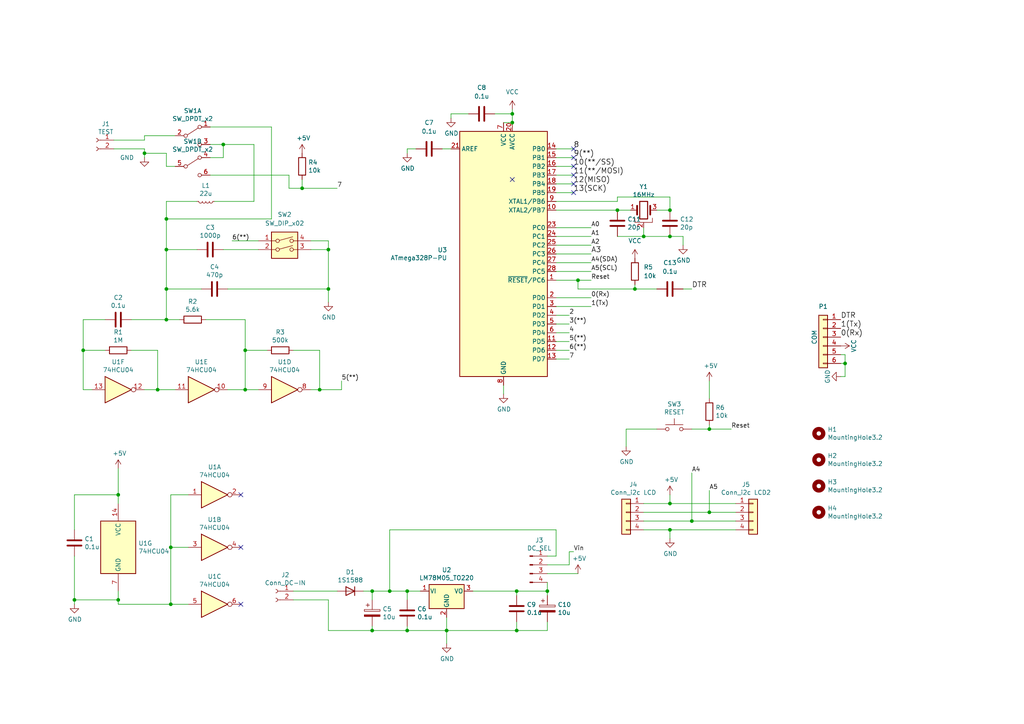
<source format=kicad_sch>
(kicad_sch (version 20230121) (generator eeschema)

  (uuid ca23b70d-3956-40dd-980b-01c84795f5de)

  (paper "A4")

  (title_block
    (date "jeu. 02 avril 2015")
  )

  (lib_symbols
    (symbol "5351_lo_pro-rescue:ATmega328P-PU-MCU_Microchip_ATmega" (in_bom yes) (on_board yes)
      (property "Reference" "U" (at -12.7 36.83 0)
        (effects (font (size 1.27 1.27)) (justify left bottom))
      )
      (property "Value" "ATmega328P-PU-MCU_Microchip_ATmega" (at 2.54 -36.83 0)
        (effects (font (size 1.27 1.27)) (justify left top))
      )
      (property "Footprint" "Package_DIP:DIP-28_W7.62mm" (at 0 0 0)
        (effects (font (size 1.27 1.27) italic) hide)
      )
      (property "Datasheet" "" (at 0 0 0)
        (effects (font (size 1.27 1.27)) hide)
      )
      (property "ki_fp_filters" "DIP*W7.62mm*" (at 0 0 0)
        (effects (font (size 1.27 1.27)) hide)
      )
      (symbol "ATmega328P-PU-MCU_Microchip_ATmega_0_1"
        (rectangle (start -12.7 -35.56) (end 12.7 35.56)
          (stroke (width 0.254) (type default))
          (fill (type background))
        )
      )
      (symbol "ATmega328P-PU-MCU_Microchip_ATmega_1_1"
        (pin bidirectional line (at 15.24 -7.62 180) (length 2.54)
          (name "~{RESET}/PC6" (effects (font (size 1.27 1.27))))
          (number "1" (effects (font (size 1.27 1.27))))
        )
        (pin bidirectional line (at 15.24 12.7 180) (length 2.54)
          (name "XTAL2/PB7" (effects (font (size 1.27 1.27))))
          (number "10" (effects (font (size 1.27 1.27))))
        )
        (pin bidirectional line (at 15.24 -25.4 180) (length 2.54)
          (name "PD5" (effects (font (size 1.27 1.27))))
          (number "11" (effects (font (size 1.27 1.27))))
        )
        (pin bidirectional line (at 15.24 -27.94 180) (length 2.54)
          (name "PD6" (effects (font (size 1.27 1.27))))
          (number "12" (effects (font (size 1.27 1.27))))
        )
        (pin bidirectional line (at 15.24 -30.48 180) (length 2.54)
          (name "PD7" (effects (font (size 1.27 1.27))))
          (number "13" (effects (font (size 1.27 1.27))))
        )
        (pin bidirectional line (at 15.24 30.48 180) (length 2.54)
          (name "PB0" (effects (font (size 1.27 1.27))))
          (number "14" (effects (font (size 1.27 1.27))))
        )
        (pin bidirectional line (at 15.24 27.94 180) (length 2.54)
          (name "PB1" (effects (font (size 1.27 1.27))))
          (number "15" (effects (font (size 1.27 1.27))))
        )
        (pin bidirectional line (at 15.24 25.4 180) (length 2.54)
          (name "PB2" (effects (font (size 1.27 1.27))))
          (number "16" (effects (font (size 1.27 1.27))))
        )
        (pin bidirectional line (at 15.24 22.86 180) (length 2.54)
          (name "PB3" (effects (font (size 1.27 1.27))))
          (number "17" (effects (font (size 1.27 1.27))))
        )
        (pin bidirectional line (at 15.24 20.32 180) (length 2.54)
          (name "PB4" (effects (font (size 1.27 1.27))))
          (number "18" (effects (font (size 1.27 1.27))))
        )
        (pin bidirectional line (at 15.24 17.78 180) (length 2.54)
          (name "PB5" (effects (font (size 1.27 1.27))))
          (number "19" (effects (font (size 1.27 1.27))))
        )
        (pin bidirectional line (at 15.24 -12.7 180) (length 2.54)
          (name "PD0" (effects (font (size 1.27 1.27))))
          (number "2" (effects (font (size 1.27 1.27))))
        )
        (pin power_in line (at 2.54 38.1 270) (length 2.54)
          (name "AVCC" (effects (font (size 1.27 1.27))))
          (number "20" (effects (font (size 1.27 1.27))))
        )
        (pin passive line (at -15.24 30.48 0) (length 2.54)
          (name "AREF" (effects (font (size 1.27 1.27))))
          (number "21" (effects (font (size 1.27 1.27))))
        )
        (pin passive line (at 0 -38.1 90) (length 2.54) hide
          (name "GND" (effects (font (size 1.27 1.27))))
          (number "22" (effects (font (size 1.27 1.27))))
        )
        (pin bidirectional line (at 15.24 7.62 180) (length 2.54)
          (name "PC0" (effects (font (size 1.27 1.27))))
          (number "23" (effects (font (size 1.27 1.27))))
        )
        (pin bidirectional line (at 15.24 5.08 180) (length 2.54)
          (name "PC1" (effects (font (size 1.27 1.27))))
          (number "24" (effects (font (size 1.27 1.27))))
        )
        (pin bidirectional line (at 15.24 2.54 180) (length 2.54)
          (name "PC2" (effects (font (size 1.27 1.27))))
          (number "25" (effects (font (size 1.27 1.27))))
        )
        (pin bidirectional line (at 15.24 0 180) (length 2.54)
          (name "PC3" (effects (font (size 1.27 1.27))))
          (number "26" (effects (font (size 1.27 1.27))))
        )
        (pin bidirectional line (at 15.24 -2.54 180) (length 2.54)
          (name "PC4" (effects (font (size 1.27 1.27))))
          (number "27" (effects (font (size 1.27 1.27))))
        )
        (pin bidirectional line (at 15.24 -5.08 180) (length 2.54)
          (name "PC5" (effects (font (size 1.27 1.27))))
          (number "28" (effects (font (size 1.27 1.27))))
        )
        (pin bidirectional line (at 15.24 -15.24 180) (length 2.54)
          (name "PD1" (effects (font (size 1.27 1.27))))
          (number "3" (effects (font (size 1.27 1.27))))
        )
        (pin bidirectional line (at 15.24 -17.78 180) (length 2.54)
          (name "PD2" (effects (font (size 1.27 1.27))))
          (number "4" (effects (font (size 1.27 1.27))))
        )
        (pin bidirectional line (at 15.24 -20.32 180) (length 2.54)
          (name "PD3" (effects (font (size 1.27 1.27))))
          (number "5" (effects (font (size 1.27 1.27))))
        )
        (pin bidirectional line (at 15.24 -22.86 180) (length 2.54)
          (name "PD4" (effects (font (size 1.27 1.27))))
          (number "6" (effects (font (size 1.27 1.27))))
        )
        (pin power_in line (at 0 38.1 270) (length 2.54)
          (name "VCC" (effects (font (size 1.27 1.27))))
          (number "7" (effects (font (size 1.27 1.27))))
        )
        (pin power_in line (at 0 -38.1 90) (length 2.54)
          (name "GND" (effects (font (size 1.27 1.27))))
          (number "8" (effects (font (size 1.27 1.27))))
        )
        (pin bidirectional line (at 15.24 15.24 180) (length 2.54)
          (name "XTAL1/PB6" (effects (font (size 1.27 1.27))))
          (number "9" (effects (font (size 1.27 1.27))))
        )
      )
    )
    (symbol "74xx:74HC04" (in_bom yes) (on_board yes)
      (property "Reference" "U" (at 0 1.27 0)
        (effects (font (size 1.27 1.27)))
      )
      (property "Value" "74HC04" (at 0 -1.27 0)
        (effects (font (size 1.27 1.27)))
      )
      (property "Footprint" "" (at 0 0 0)
        (effects (font (size 1.27 1.27)) hide)
      )
      (property "Datasheet" "https://assets.nexperia.com/documents/data-sheet/74HC_HCT04.pdf" (at 0 0 0)
        (effects (font (size 1.27 1.27)) hide)
      )
      (property "ki_locked" "" (at 0 0 0)
        (effects (font (size 1.27 1.27)))
      )
      (property "ki_keywords" "HCMOS not inv" (at 0 0 0)
        (effects (font (size 1.27 1.27)) hide)
      )
      (property "ki_description" "Hex Inverter" (at 0 0 0)
        (effects (font (size 1.27 1.27)) hide)
      )
      (property "ki_fp_filters" "DIP*W7.62mm* SSOP?14* TSSOP?14*" (at 0 0 0)
        (effects (font (size 1.27 1.27)) hide)
      )
      (symbol "74HC04_1_0"
        (polyline
          (pts
            (xy -3.81 3.81)
            (xy -3.81 -3.81)
            (xy 3.81 0)
            (xy -3.81 3.81)
          )
          (stroke (width 0.254) (type default))
          (fill (type background))
        )
        (pin input line (at -7.62 0 0) (length 3.81)
          (name "~" (effects (font (size 1.27 1.27))))
          (number "1" (effects (font (size 1.27 1.27))))
        )
        (pin output inverted (at 7.62 0 180) (length 3.81)
          (name "~" (effects (font (size 1.27 1.27))))
          (number "2" (effects (font (size 1.27 1.27))))
        )
      )
      (symbol "74HC04_2_0"
        (polyline
          (pts
            (xy -3.81 3.81)
            (xy -3.81 -3.81)
            (xy 3.81 0)
            (xy -3.81 3.81)
          )
          (stroke (width 0.254) (type default))
          (fill (type background))
        )
        (pin input line (at -7.62 0 0) (length 3.81)
          (name "~" (effects (font (size 1.27 1.27))))
          (number "3" (effects (font (size 1.27 1.27))))
        )
        (pin output inverted (at 7.62 0 180) (length 3.81)
          (name "~" (effects (font (size 1.27 1.27))))
          (number "4" (effects (font (size 1.27 1.27))))
        )
      )
      (symbol "74HC04_3_0"
        (polyline
          (pts
            (xy -3.81 3.81)
            (xy -3.81 -3.81)
            (xy 3.81 0)
            (xy -3.81 3.81)
          )
          (stroke (width 0.254) (type default))
          (fill (type background))
        )
        (pin input line (at -7.62 0 0) (length 3.81)
          (name "~" (effects (font (size 1.27 1.27))))
          (number "5" (effects (font (size 1.27 1.27))))
        )
        (pin output inverted (at 7.62 0 180) (length 3.81)
          (name "~" (effects (font (size 1.27 1.27))))
          (number "6" (effects (font (size 1.27 1.27))))
        )
      )
      (symbol "74HC04_4_0"
        (polyline
          (pts
            (xy -3.81 3.81)
            (xy -3.81 -3.81)
            (xy 3.81 0)
            (xy -3.81 3.81)
          )
          (stroke (width 0.254) (type default))
          (fill (type background))
        )
        (pin output inverted (at 7.62 0 180) (length 3.81)
          (name "~" (effects (font (size 1.27 1.27))))
          (number "8" (effects (font (size 1.27 1.27))))
        )
        (pin input line (at -7.62 0 0) (length 3.81)
          (name "~" (effects (font (size 1.27 1.27))))
          (number "9" (effects (font (size 1.27 1.27))))
        )
      )
      (symbol "74HC04_5_0"
        (polyline
          (pts
            (xy -3.81 3.81)
            (xy -3.81 -3.81)
            (xy 3.81 0)
            (xy -3.81 3.81)
          )
          (stroke (width 0.254) (type default))
          (fill (type background))
        )
        (pin output inverted (at 7.62 0 180) (length 3.81)
          (name "~" (effects (font (size 1.27 1.27))))
          (number "10" (effects (font (size 1.27 1.27))))
        )
        (pin input line (at -7.62 0 0) (length 3.81)
          (name "~" (effects (font (size 1.27 1.27))))
          (number "11" (effects (font (size 1.27 1.27))))
        )
      )
      (symbol "74HC04_6_0"
        (polyline
          (pts
            (xy -3.81 3.81)
            (xy -3.81 -3.81)
            (xy 3.81 0)
            (xy -3.81 3.81)
          )
          (stroke (width 0.254) (type default))
          (fill (type background))
        )
        (pin output inverted (at 7.62 0 180) (length 3.81)
          (name "~" (effects (font (size 1.27 1.27))))
          (number "12" (effects (font (size 1.27 1.27))))
        )
        (pin input line (at -7.62 0 0) (length 3.81)
          (name "~" (effects (font (size 1.27 1.27))))
          (number "13" (effects (font (size 1.27 1.27))))
        )
      )
      (symbol "74HC04_7_0"
        (pin power_in line (at 0 12.7 270) (length 5.08)
          (name "VCC" (effects (font (size 1.27 1.27))))
          (number "14" (effects (font (size 1.27 1.27))))
        )
        (pin power_in line (at 0 -12.7 90) (length 5.08)
          (name "GND" (effects (font (size 1.27 1.27))))
          (number "7" (effects (font (size 1.27 1.27))))
        )
      )
      (symbol "74HC04_7_1"
        (rectangle (start -5.08 7.62) (end 5.08 -7.62)
          (stroke (width 0.254) (type default))
          (fill (type background))
        )
      )
    )
    (symbol "Connector:Conn_01x02_Female" (pin_names (offset 1.016) hide) (in_bom yes) (on_board yes)
      (property "Reference" "J" (at 0 2.54 0)
        (effects (font (size 1.27 1.27)))
      )
      (property "Value" "Connector_Conn_01x02_Female" (at 0 -5.08 0)
        (effects (font (size 1.27 1.27)))
      )
      (property "Footprint" "" (at 0 0 0)
        (effects (font (size 1.27 1.27)) hide)
      )
      (property "Datasheet" "" (at 0 0 0)
        (effects (font (size 1.27 1.27)) hide)
      )
      (property "ki_fp_filters" "Connector*:*_1x??_*" (at 0 0 0)
        (effects (font (size 1.27 1.27)) hide)
      )
      (symbol "Conn_01x02_Female_1_1"
        (arc (start 0 -2.032) (mid -0.5058 -2.54) (end 0 -3.048)
          (stroke (width 0.1524) (type solid))
          (fill (type none))
        )
        (polyline
          (pts
            (xy -1.27 -2.54)
            (xy -0.508 -2.54)
          )
          (stroke (width 0.1524) (type solid))
          (fill (type none))
        )
        (polyline
          (pts
            (xy -1.27 0)
            (xy -0.508 0)
          )
          (stroke (width 0.1524) (type solid))
          (fill (type none))
        )
        (arc (start 0 0.508) (mid -0.5058 0) (end 0 -0.508)
          (stroke (width 0.1524) (type solid))
          (fill (type none))
        )
        (pin passive line (at -5.08 0 0) (length 3.81)
          (name "Pin_1" (effects (font (size 1.27 1.27))))
          (number "1" (effects (font (size 1.27 1.27))))
        )
        (pin passive line (at -5.08 -2.54 0) (length 3.81)
          (name "Pin_2" (effects (font (size 1.27 1.27))))
          (number "2" (effects (font (size 1.27 1.27))))
        )
      )
    )
    (symbol "Connector:Conn_01x04_Male" (pin_names (offset 1.016) hide) (in_bom yes) (on_board yes)
      (property "Reference" "J" (at 0 5.08 0)
        (effects (font (size 1.27 1.27)))
      )
      (property "Value" "Connector_Conn_01x04_Male" (at 0 -7.62 0)
        (effects (font (size 1.27 1.27)))
      )
      (property "Footprint" "" (at 0 0 0)
        (effects (font (size 1.27 1.27)) hide)
      )
      (property "Datasheet" "" (at 0 0 0)
        (effects (font (size 1.27 1.27)) hide)
      )
      (property "ki_fp_filters" "Connector*:*_1x??_*" (at 0 0 0)
        (effects (font (size 1.27 1.27)) hide)
      )
      (symbol "Conn_01x04_Male_1_1"
        (polyline
          (pts
            (xy 1.27 -5.08)
            (xy 0.8636 -5.08)
          )
          (stroke (width 0.1524) (type solid))
          (fill (type none))
        )
        (polyline
          (pts
            (xy 1.27 -2.54)
            (xy 0.8636 -2.54)
          )
          (stroke (width 0.1524) (type solid))
          (fill (type none))
        )
        (polyline
          (pts
            (xy 1.27 0)
            (xy 0.8636 0)
          )
          (stroke (width 0.1524) (type solid))
          (fill (type none))
        )
        (polyline
          (pts
            (xy 1.27 2.54)
            (xy 0.8636 2.54)
          )
          (stroke (width 0.1524) (type solid))
          (fill (type none))
        )
        (rectangle (start 0.8636 -4.953) (end 0 -5.207)
          (stroke (width 0.1524) (type solid))
          (fill (type outline))
        )
        (rectangle (start 0.8636 -2.413) (end 0 -2.667)
          (stroke (width 0.1524) (type solid))
          (fill (type outline))
        )
        (rectangle (start 0.8636 0.127) (end 0 -0.127)
          (stroke (width 0.1524) (type solid))
          (fill (type outline))
        )
        (rectangle (start 0.8636 2.667) (end 0 2.413)
          (stroke (width 0.1524) (type solid))
          (fill (type outline))
        )
        (pin passive line (at 5.08 2.54 180) (length 3.81)
          (name "Pin_1" (effects (font (size 1.27 1.27))))
          (number "1" (effects (font (size 1.27 1.27))))
        )
        (pin passive line (at 5.08 0 180) (length 3.81)
          (name "Pin_2" (effects (font (size 1.27 1.27))))
          (number "2" (effects (font (size 1.27 1.27))))
        )
        (pin passive line (at 5.08 -2.54 180) (length 3.81)
          (name "Pin_3" (effects (font (size 1.27 1.27))))
          (number "3" (effects (font (size 1.27 1.27))))
        )
        (pin passive line (at 5.08 -5.08 180) (length 3.81)
          (name "Pin_4" (effects (font (size 1.27 1.27))))
          (number "4" (effects (font (size 1.27 1.27))))
        )
      )
    )
    (symbol "Connector_Generic:Conn_01x04" (pin_names (offset 1.016) hide) (in_bom yes) (on_board yes)
      (property "Reference" "J" (at 0 5.08 0)
        (effects (font (size 1.27 1.27)))
      )
      (property "Value" "Conn_01x04" (at 0 -7.62 0)
        (effects (font (size 1.27 1.27)))
      )
      (property "Footprint" "" (at 0 0 0)
        (effects (font (size 1.27 1.27)) hide)
      )
      (property "Datasheet" "~" (at 0 0 0)
        (effects (font (size 1.27 1.27)) hide)
      )
      (property "ki_keywords" "connector" (at 0 0 0)
        (effects (font (size 1.27 1.27)) hide)
      )
      (property "ki_description" "Generic connector, single row, 01x04, script generated (kicad-library-utils/schlib/autogen/connector/)" (at 0 0 0)
        (effects (font (size 1.27 1.27)) hide)
      )
      (property "ki_fp_filters" "Connector*:*_1x??_*" (at 0 0 0)
        (effects (font (size 1.27 1.27)) hide)
      )
      (symbol "Conn_01x04_1_1"
        (rectangle (start -1.27 -4.953) (end 0 -5.207)
          (stroke (width 0.1524) (type default))
          (fill (type none))
        )
        (rectangle (start -1.27 -2.413) (end 0 -2.667)
          (stroke (width 0.1524) (type default))
          (fill (type none))
        )
        (rectangle (start -1.27 0.127) (end 0 -0.127)
          (stroke (width 0.1524) (type default))
          (fill (type none))
        )
        (rectangle (start -1.27 2.667) (end 0 2.413)
          (stroke (width 0.1524) (type default))
          (fill (type none))
        )
        (rectangle (start -1.27 3.81) (end 1.27 -6.35)
          (stroke (width 0.254) (type default))
          (fill (type background))
        )
        (pin passive line (at -5.08 2.54 0) (length 3.81)
          (name "Pin_1" (effects (font (size 1.27 1.27))))
          (number "1" (effects (font (size 1.27 1.27))))
        )
        (pin passive line (at -5.08 0 0) (length 3.81)
          (name "Pin_2" (effects (font (size 1.27 1.27))))
          (number "2" (effects (font (size 1.27 1.27))))
        )
        (pin passive line (at -5.08 -2.54 0) (length 3.81)
          (name "Pin_3" (effects (font (size 1.27 1.27))))
          (number "3" (effects (font (size 1.27 1.27))))
        )
        (pin passive line (at -5.08 -5.08 0) (length 3.81)
          (name "Pin_4" (effects (font (size 1.27 1.27))))
          (number "4" (effects (font (size 1.27 1.27))))
        )
      )
    )
    (symbol "Connector_Generic:Conn_01x06" (pin_names (offset 1.016) hide) (in_bom yes) (on_board yes)
      (property "Reference" "J" (at 0 7.62 0)
        (effects (font (size 1.27 1.27)))
      )
      (property "Value" "Conn_01x06" (at 0 -10.16 0)
        (effects (font (size 1.27 1.27)))
      )
      (property "Footprint" "" (at 0 0 0)
        (effects (font (size 1.27 1.27)) hide)
      )
      (property "Datasheet" "~" (at 0 0 0)
        (effects (font (size 1.27 1.27)) hide)
      )
      (property "ki_keywords" "connector" (at 0 0 0)
        (effects (font (size 1.27 1.27)) hide)
      )
      (property "ki_description" "Generic connector, single row, 01x06, script generated (kicad-library-utils/schlib/autogen/connector/)" (at 0 0 0)
        (effects (font (size 1.27 1.27)) hide)
      )
      (property "ki_fp_filters" "Connector*:*_1x??_*" (at 0 0 0)
        (effects (font (size 1.27 1.27)) hide)
      )
      (symbol "Conn_01x06_1_1"
        (rectangle (start -1.27 -7.493) (end 0 -7.747)
          (stroke (width 0.1524) (type default))
          (fill (type none))
        )
        (rectangle (start -1.27 -4.953) (end 0 -5.207)
          (stroke (width 0.1524) (type default))
          (fill (type none))
        )
        (rectangle (start -1.27 -2.413) (end 0 -2.667)
          (stroke (width 0.1524) (type default))
          (fill (type none))
        )
        (rectangle (start -1.27 0.127) (end 0 -0.127)
          (stroke (width 0.1524) (type default))
          (fill (type none))
        )
        (rectangle (start -1.27 2.667) (end 0 2.413)
          (stroke (width 0.1524) (type default))
          (fill (type none))
        )
        (rectangle (start -1.27 5.207) (end 0 4.953)
          (stroke (width 0.1524) (type default))
          (fill (type none))
        )
        (rectangle (start -1.27 6.35) (end 1.27 -8.89)
          (stroke (width 0.254) (type default))
          (fill (type background))
        )
        (pin passive line (at -5.08 5.08 0) (length 3.81)
          (name "Pin_1" (effects (font (size 1.27 1.27))))
          (number "1" (effects (font (size 1.27 1.27))))
        )
        (pin passive line (at -5.08 2.54 0) (length 3.81)
          (name "Pin_2" (effects (font (size 1.27 1.27))))
          (number "2" (effects (font (size 1.27 1.27))))
        )
        (pin passive line (at -5.08 0 0) (length 3.81)
          (name "Pin_3" (effects (font (size 1.27 1.27))))
          (number "3" (effects (font (size 1.27 1.27))))
        )
        (pin passive line (at -5.08 -2.54 0) (length 3.81)
          (name "Pin_4" (effects (font (size 1.27 1.27))))
          (number "4" (effects (font (size 1.27 1.27))))
        )
        (pin passive line (at -5.08 -5.08 0) (length 3.81)
          (name "Pin_5" (effects (font (size 1.27 1.27))))
          (number "5" (effects (font (size 1.27 1.27))))
        )
        (pin passive line (at -5.08 -7.62 0) (length 3.81)
          (name "Pin_6" (effects (font (size 1.27 1.27))))
          (number "6" (effects (font (size 1.27 1.27))))
        )
      )
    )
    (symbol "Device:C" (pin_numbers hide) (pin_names (offset 0.254)) (in_bom yes) (on_board yes)
      (property "Reference" "C" (at 0.635 2.54 0)
        (effects (font (size 1.27 1.27)) (justify left))
      )
      (property "Value" "C" (at 0.635 -2.54 0)
        (effects (font (size 1.27 1.27)) (justify left))
      )
      (property "Footprint" "" (at 0.9652 -3.81 0)
        (effects (font (size 1.27 1.27)) hide)
      )
      (property "Datasheet" "~" (at 0 0 0)
        (effects (font (size 1.27 1.27)) hide)
      )
      (property "ki_keywords" "cap capacitor" (at 0 0 0)
        (effects (font (size 1.27 1.27)) hide)
      )
      (property "ki_description" "Unpolarized capacitor" (at 0 0 0)
        (effects (font (size 1.27 1.27)) hide)
      )
      (property "ki_fp_filters" "C_*" (at 0 0 0)
        (effects (font (size 1.27 1.27)) hide)
      )
      (symbol "C_0_1"
        (polyline
          (pts
            (xy -2.032 -0.762)
            (xy 2.032 -0.762)
          )
          (stroke (width 0.508) (type default))
          (fill (type none))
        )
        (polyline
          (pts
            (xy -2.032 0.762)
            (xy 2.032 0.762)
          )
          (stroke (width 0.508) (type default))
          (fill (type none))
        )
      )
      (symbol "C_1_1"
        (pin passive line (at 0 3.81 270) (length 2.794)
          (name "~" (effects (font (size 1.27 1.27))))
          (number "1" (effects (font (size 1.27 1.27))))
        )
        (pin passive line (at 0 -3.81 90) (length 2.794)
          (name "~" (effects (font (size 1.27 1.27))))
          (number "2" (effects (font (size 1.27 1.27))))
        )
      )
    )
    (symbol "Device:CP" (pin_numbers hide) (pin_names (offset 0.254)) (in_bom yes) (on_board yes)
      (property "Reference" "C" (at 0.635 2.54 0)
        (effects (font (size 1.27 1.27)) (justify left))
      )
      (property "Value" "Device_CP" (at 0.635 -2.54 0)
        (effects (font (size 1.27 1.27)) (justify left))
      )
      (property "Footprint" "" (at 0.9652 -3.81 0)
        (effects (font (size 1.27 1.27)) hide)
      )
      (property "Datasheet" "" (at 0 0 0)
        (effects (font (size 1.27 1.27)) hide)
      )
      (property "ki_fp_filters" "CP_*" (at 0 0 0)
        (effects (font (size 1.27 1.27)) hide)
      )
      (symbol "CP_0_1"
        (rectangle (start -2.286 0.508) (end 2.286 1.016)
          (stroke (width 0) (type solid))
          (fill (type none))
        )
        (polyline
          (pts
            (xy -1.778 2.286)
            (xy -0.762 2.286)
          )
          (stroke (width 0) (type solid))
          (fill (type none))
        )
        (polyline
          (pts
            (xy -1.27 2.794)
            (xy -1.27 1.778)
          )
          (stroke (width 0) (type solid))
          (fill (type none))
        )
        (rectangle (start 2.286 -0.508) (end -2.286 -1.016)
          (stroke (width 0) (type solid))
          (fill (type outline))
        )
      )
      (symbol "CP_1_1"
        (pin passive line (at 0 3.81 270) (length 2.794)
          (name "~" (effects (font (size 1.27 1.27))))
          (number "1" (effects (font (size 1.27 1.27))))
        )
        (pin passive line (at 0 -3.81 90) (length 2.794)
          (name "~" (effects (font (size 1.27 1.27))))
          (number "2" (effects (font (size 1.27 1.27))))
        )
      )
    )
    (symbol "Device:Crystal_GND2" (pin_names (offset 1.016) hide) (in_bom yes) (on_board yes)
      (property "Reference" "Y" (at 0 5.715 0)
        (effects (font (size 1.27 1.27)))
      )
      (property "Value" "Crystal_GND2" (at 0 3.81 0)
        (effects (font (size 1.27 1.27)))
      )
      (property "Footprint" "" (at 0 0 0)
        (effects (font (size 1.27 1.27)) hide)
      )
      (property "Datasheet" "~" (at 0 0 0)
        (effects (font (size 1.27 1.27)) hide)
      )
      (property "ki_keywords" "quartz ceramic resonator oscillator" (at 0 0 0)
        (effects (font (size 1.27 1.27)) hide)
      )
      (property "ki_description" "Three pin crystal, GND on pin 2" (at 0 0 0)
        (effects (font (size 1.27 1.27)) hide)
      )
      (property "ki_fp_filters" "Crystal*" (at 0 0 0)
        (effects (font (size 1.27 1.27)) hide)
      )
      (symbol "Crystal_GND2_0_1"
        (rectangle (start -1.143 2.54) (end 1.143 -2.54)
          (stroke (width 0.3048) (type default))
          (fill (type none))
        )
        (polyline
          (pts
            (xy -2.54 0)
            (xy -1.905 0)
          )
          (stroke (width 0) (type default))
          (fill (type none))
        )
        (polyline
          (pts
            (xy -1.905 -1.27)
            (xy -1.905 1.27)
          )
          (stroke (width 0.508) (type default))
          (fill (type none))
        )
        (polyline
          (pts
            (xy 0 -3.81)
            (xy 0 -3.556)
          )
          (stroke (width 0) (type default))
          (fill (type none))
        )
        (polyline
          (pts
            (xy 1.905 0)
            (xy 2.54 0)
          )
          (stroke (width 0) (type default))
          (fill (type none))
        )
        (polyline
          (pts
            (xy 1.905 1.27)
            (xy 1.905 -1.27)
          )
          (stroke (width 0.508) (type default))
          (fill (type none))
        )
        (polyline
          (pts
            (xy -2.54 -2.286)
            (xy -2.54 -3.556)
            (xy 2.54 -3.556)
            (xy 2.54 -2.286)
          )
          (stroke (width 0) (type default))
          (fill (type none))
        )
      )
      (symbol "Crystal_GND2_1_1"
        (pin passive line (at -3.81 0 0) (length 1.27)
          (name "1" (effects (font (size 1.27 1.27))))
          (number "1" (effects (font (size 1.27 1.27))))
        )
        (pin passive line (at 0 -5.08 90) (length 1.27)
          (name "2" (effects (font (size 1.27 1.27))))
          (number "2" (effects (font (size 1.27 1.27))))
        )
        (pin passive line (at 3.81 0 180) (length 1.27)
          (name "3" (effects (font (size 1.27 1.27))))
          (number "3" (effects (font (size 1.27 1.27))))
        )
      )
    )
    (symbol "Device:D" (pin_numbers hide) (pin_names (offset 1.016) hide) (in_bom yes) (on_board yes)
      (property "Reference" "D" (at 0 2.54 0)
        (effects (font (size 1.27 1.27)))
      )
      (property "Value" "D" (at 0 -2.54 0)
        (effects (font (size 1.27 1.27)))
      )
      (property "Footprint" "" (at 0 0 0)
        (effects (font (size 1.27 1.27)) hide)
      )
      (property "Datasheet" "~" (at 0 0 0)
        (effects (font (size 1.27 1.27)) hide)
      )
      (property "Sim.Device" "D" (at 0 0 0)
        (effects (font (size 1.27 1.27)) hide)
      )
      (property "Sim.Pins" "1=K 2=A" (at 0 0 0)
        (effects (font (size 1.27 1.27)) hide)
      )
      (property "ki_keywords" "diode" (at 0 0 0)
        (effects (font (size 1.27 1.27)) hide)
      )
      (property "ki_description" "Diode" (at 0 0 0)
        (effects (font (size 1.27 1.27)) hide)
      )
      (property "ki_fp_filters" "TO-???* *_Diode_* *SingleDiode* D_*" (at 0 0 0)
        (effects (font (size 1.27 1.27)) hide)
      )
      (symbol "D_0_1"
        (polyline
          (pts
            (xy -1.27 1.27)
            (xy -1.27 -1.27)
          )
          (stroke (width 0.254) (type default))
          (fill (type none))
        )
        (polyline
          (pts
            (xy 1.27 0)
            (xy -1.27 0)
          )
          (stroke (width 0) (type default))
          (fill (type none))
        )
        (polyline
          (pts
            (xy 1.27 1.27)
            (xy 1.27 -1.27)
            (xy -1.27 0)
            (xy 1.27 1.27)
          )
          (stroke (width 0.254) (type default))
          (fill (type none))
        )
      )
      (symbol "D_1_1"
        (pin passive line (at -3.81 0 0) (length 2.54)
          (name "K" (effects (font (size 1.27 1.27))))
          (number "1" (effects (font (size 1.27 1.27))))
        )
        (pin passive line (at 3.81 0 180) (length 2.54)
          (name "A" (effects (font (size 1.27 1.27))))
          (number "2" (effects (font (size 1.27 1.27))))
        )
      )
    )
    (symbol "Device:L_Small" (pin_numbers hide) (pin_names (offset 0.254) hide) (in_bom yes) (on_board yes)
      (property "Reference" "L" (at 0.762 1.016 0)
        (effects (font (size 1.27 1.27)) (justify left))
      )
      (property "Value" "L_Small" (at 0.762 -1.016 0)
        (effects (font (size 1.27 1.27)) (justify left))
      )
      (property "Footprint" "" (at 0 0 0)
        (effects (font (size 1.27 1.27)) hide)
      )
      (property "Datasheet" "~" (at 0 0 0)
        (effects (font (size 1.27 1.27)) hide)
      )
      (property "ki_keywords" "inductor choke coil reactor magnetic" (at 0 0 0)
        (effects (font (size 1.27 1.27)) hide)
      )
      (property "ki_description" "Inductor, small symbol" (at 0 0 0)
        (effects (font (size 1.27 1.27)) hide)
      )
      (property "ki_fp_filters" "Choke_* *Coil* Inductor_* L_*" (at 0 0 0)
        (effects (font (size 1.27 1.27)) hide)
      )
      (symbol "L_Small_0_1"
        (arc (start 0 -2.032) (mid 0.5058 -1.524) (end 0 -1.016)
          (stroke (width 0) (type default))
          (fill (type none))
        )
        (arc (start 0 -1.016) (mid 0.5058 -0.508) (end 0 0)
          (stroke (width 0) (type default))
          (fill (type none))
        )
        (arc (start 0 0) (mid 0.5058 0.508) (end 0 1.016)
          (stroke (width 0) (type default))
          (fill (type none))
        )
        (arc (start 0 1.016) (mid 0.5058 1.524) (end 0 2.032)
          (stroke (width 0) (type default))
          (fill (type none))
        )
      )
      (symbol "L_Small_1_1"
        (pin passive line (at 0 2.54 270) (length 0.508)
          (name "~" (effects (font (size 1.27 1.27))))
          (number "1" (effects (font (size 1.27 1.27))))
        )
        (pin passive line (at 0 -2.54 90) (length 0.508)
          (name "~" (effects (font (size 1.27 1.27))))
          (number "2" (effects (font (size 1.27 1.27))))
        )
      )
    )
    (symbol "Device:R" (pin_numbers hide) (pin_names (offset 0)) (in_bom yes) (on_board yes)
      (property "Reference" "R" (at 2.032 0 90)
        (effects (font (size 1.27 1.27)))
      )
      (property "Value" "R" (at 0 0 90)
        (effects (font (size 1.27 1.27)))
      )
      (property "Footprint" "" (at -1.778 0 90)
        (effects (font (size 1.27 1.27)) hide)
      )
      (property "Datasheet" "~" (at 0 0 0)
        (effects (font (size 1.27 1.27)) hide)
      )
      (property "ki_keywords" "R res resistor" (at 0 0 0)
        (effects (font (size 1.27 1.27)) hide)
      )
      (property "ki_description" "Resistor" (at 0 0 0)
        (effects (font (size 1.27 1.27)) hide)
      )
      (property "ki_fp_filters" "R_*" (at 0 0 0)
        (effects (font (size 1.27 1.27)) hide)
      )
      (symbol "R_0_1"
        (rectangle (start -1.016 -2.54) (end 1.016 2.54)
          (stroke (width 0.254) (type default))
          (fill (type none))
        )
      )
      (symbol "R_1_1"
        (pin passive line (at 0 3.81 270) (length 1.27)
          (name "~" (effects (font (size 1.27 1.27))))
          (number "1" (effects (font (size 1.27 1.27))))
        )
        (pin passive line (at 0 -3.81 90) (length 1.27)
          (name "~" (effects (font (size 1.27 1.27))))
          (number "2" (effects (font (size 1.27 1.27))))
        )
      )
    )
    (symbol "Mechanical:MountingHole" (pin_names (offset 1.016)) (in_bom yes) (on_board yes)
      (property "Reference" "H" (at 0 5.08 0)
        (effects (font (size 1.27 1.27)))
      )
      (property "Value" "MountingHole" (at 0 3.175 0)
        (effects (font (size 1.27 1.27)))
      )
      (property "Footprint" "" (at 0 0 0)
        (effects (font (size 1.27 1.27)) hide)
      )
      (property "Datasheet" "~" (at 0 0 0)
        (effects (font (size 1.27 1.27)) hide)
      )
      (property "ki_keywords" "mounting hole" (at 0 0 0)
        (effects (font (size 1.27 1.27)) hide)
      )
      (property "ki_description" "Mounting Hole without connection" (at 0 0 0)
        (effects (font (size 1.27 1.27)) hide)
      )
      (property "ki_fp_filters" "MountingHole*" (at 0 0 0)
        (effects (font (size 1.27 1.27)) hide)
      )
      (symbol "MountingHole_0_1"
        (circle (center 0 0) (radius 1.27)
          (stroke (width 1.27) (type default))
          (fill (type none))
        )
      )
    )
    (symbol "Regulator_Linear:LM78M05_TO220" (pin_names (offset 0.254)) (in_bom yes) (on_board yes)
      (property "Reference" "U" (at -3.81 3.175 0)
        (effects (font (size 1.27 1.27)))
      )
      (property "Value" "LM78M05_TO220" (at 0 3.175 0)
        (effects (font (size 1.27 1.27)) (justify left))
      )
      (property "Footprint" "Package_TO_SOT_THT:TO-220-3_Vertical" (at 0 5.715 0)
        (effects (font (size 1.27 1.27) italic) hide)
      )
      (property "Datasheet" "https://www.onsemi.com/pub/Collateral/MC78M00-D.PDF" (at 0 -1.27 0)
        (effects (font (size 1.27 1.27)) hide)
      )
      (property "ki_keywords" "Voltage Regulator 500mA Positive" (at 0 0 0)
        (effects (font (size 1.27 1.27)) hide)
      )
      (property "ki_description" "Positive 500mA 35V Linear Regulator, Fixed Output 5V, TO-220" (at 0 0 0)
        (effects (font (size 1.27 1.27)) hide)
      )
      (property "ki_fp_filters" "TO?220*" (at 0 0 0)
        (effects (font (size 1.27 1.27)) hide)
      )
      (symbol "LM78M05_TO220_0_1"
        (rectangle (start -5.08 1.905) (end 5.08 -5.08)
          (stroke (width 0.254) (type default))
          (fill (type background))
        )
      )
      (symbol "LM78M05_TO220_1_1"
        (pin power_in line (at -7.62 0 0) (length 2.54)
          (name "VI" (effects (font (size 1.27 1.27))))
          (number "1" (effects (font (size 1.27 1.27))))
        )
        (pin power_in line (at 0 -7.62 90) (length 2.54)
          (name "GND" (effects (font (size 1.27 1.27))))
          (number "2" (effects (font (size 1.27 1.27))))
        )
        (pin power_out line (at 7.62 0 180) (length 2.54)
          (name "VO" (effects (font (size 1.27 1.27))))
          (number "3" (effects (font (size 1.27 1.27))))
        )
      )
    )
    (symbol "Switch:SW_DIP_x02" (pin_names (offset 0) hide) (in_bom yes) (on_board yes)
      (property "Reference" "SW" (at 0 6.35 0)
        (effects (font (size 1.27 1.27)))
      )
      (property "Value" "SW_DIP_x02" (at 0 -3.81 0)
        (effects (font (size 1.27 1.27)))
      )
      (property "Footprint" "" (at 0 0 0)
        (effects (font (size 1.27 1.27)) hide)
      )
      (property "Datasheet" "~" (at 0 0 0)
        (effects (font (size 1.27 1.27)) hide)
      )
      (property "ki_keywords" "dip switch" (at 0 0 0)
        (effects (font (size 1.27 1.27)) hide)
      )
      (property "ki_description" "2x DIP Switch, Single Pole Single Throw (SPST) switch, small symbol" (at 0 0 0)
        (effects (font (size 1.27 1.27)) hide)
      )
      (property "ki_fp_filters" "SW?DIP?x2*" (at 0 0 0)
        (effects (font (size 1.27 1.27)) hide)
      )
      (symbol "SW_DIP_x02_0_0"
        (circle (center -2.032 0) (radius 0.508)
          (stroke (width 0) (type default))
          (fill (type none))
        )
        (circle (center -2.032 2.54) (radius 0.508)
          (stroke (width 0) (type default))
          (fill (type none))
        )
        (polyline
          (pts
            (xy -1.524 0.127)
            (xy 2.3622 1.1684)
          )
          (stroke (width 0) (type default))
          (fill (type none))
        )
        (polyline
          (pts
            (xy -1.524 2.667)
            (xy 2.3622 3.7084)
          )
          (stroke (width 0) (type default))
          (fill (type none))
        )
        (circle (center 2.032 0) (radius 0.508)
          (stroke (width 0) (type default))
          (fill (type none))
        )
        (circle (center 2.032 2.54) (radius 0.508)
          (stroke (width 0) (type default))
          (fill (type none))
        )
      )
      (symbol "SW_DIP_x02_0_1"
        (rectangle (start -3.81 5.08) (end 3.81 -2.54)
          (stroke (width 0.254) (type default))
          (fill (type background))
        )
      )
      (symbol "SW_DIP_x02_1_1"
        (pin passive line (at -7.62 2.54 0) (length 5.08)
          (name "~" (effects (font (size 1.27 1.27))))
          (number "1" (effects (font (size 1.27 1.27))))
        )
        (pin passive line (at -7.62 0 0) (length 5.08)
          (name "~" (effects (font (size 1.27 1.27))))
          (number "2" (effects (font (size 1.27 1.27))))
        )
        (pin passive line (at 7.62 0 180) (length 5.08)
          (name "~" (effects (font (size 1.27 1.27))))
          (number "3" (effects (font (size 1.27 1.27))))
        )
        (pin passive line (at 7.62 2.54 180) (length 5.08)
          (name "~" (effects (font (size 1.27 1.27))))
          (number "4" (effects (font (size 1.27 1.27))))
        )
      )
    )
    (symbol "Switch:SW_DPDT_x2" (pin_names (offset 0) hide) (in_bom yes) (on_board yes)
      (property "Reference" "SW" (at 0 4.318 0)
        (effects (font (size 1.27 1.27)))
      )
      (property "Value" "SW_DPDT_x2" (at 0 -5.08 0)
        (effects (font (size 1.27 1.27)))
      )
      (property "Footprint" "" (at 0 0 0)
        (effects (font (size 1.27 1.27)) hide)
      )
      (property "Datasheet" "~" (at 0 0 0)
        (effects (font (size 1.27 1.27)) hide)
      )
      (property "ki_keywords" "switch dual-pole double-throw DPDT spdt ON-ON" (at 0 0 0)
        (effects (font (size 1.27 1.27)) hide)
      )
      (property "ki_description" "Switch, dual pole double throw, separate symbols" (at 0 0 0)
        (effects (font (size 1.27 1.27)) hide)
      )
      (property "ki_fp_filters" "SW*DPDT*" (at 0 0 0)
        (effects (font (size 1.27 1.27)) hide)
      )
      (symbol "SW_DPDT_x2_0_0"
        (circle (center -2.032 0) (radius 0.508)
          (stroke (width 0) (type default))
          (fill (type none))
        )
        (circle (center 2.032 -2.54) (radius 0.508)
          (stroke (width 0) (type default))
          (fill (type none))
        )
      )
      (symbol "SW_DPDT_x2_0_1"
        (polyline
          (pts
            (xy -1.524 0.254)
            (xy 1.651 2.286)
          )
          (stroke (width 0) (type default))
          (fill (type none))
        )
        (circle (center 2.032 2.54) (radius 0.508)
          (stroke (width 0) (type default))
          (fill (type none))
        )
      )
      (symbol "SW_DPDT_x2_1_1"
        (pin passive line (at 5.08 2.54 180) (length 2.54)
          (name "A" (effects (font (size 1.27 1.27))))
          (number "1" (effects (font (size 1.27 1.27))))
        )
        (pin passive line (at -5.08 0 0) (length 2.54)
          (name "B" (effects (font (size 1.27 1.27))))
          (number "2" (effects (font (size 1.27 1.27))))
        )
        (pin passive line (at 5.08 -2.54 180) (length 2.54)
          (name "C" (effects (font (size 1.27 1.27))))
          (number "3" (effects (font (size 1.27 1.27))))
        )
      )
      (symbol "SW_DPDT_x2_2_1"
        (pin passive line (at 5.08 2.54 180) (length 2.54)
          (name "A" (effects (font (size 1.27 1.27))))
          (number "4" (effects (font (size 1.27 1.27))))
        )
        (pin passive line (at -5.08 0 0) (length 2.54)
          (name "B" (effects (font (size 1.27 1.27))))
          (number "5" (effects (font (size 1.27 1.27))))
        )
        (pin passive line (at 5.08 -2.54 180) (length 2.54)
          (name "C" (effects (font (size 1.27 1.27))))
          (number "6" (effects (font (size 1.27 1.27))))
        )
      )
    )
    (symbol "Switch:SW_Push" (pin_numbers hide) (pin_names (offset 1.016) hide) (in_bom yes) (on_board yes)
      (property "Reference" "SW" (at 1.27 2.54 0)
        (effects (font (size 1.27 1.27)) (justify left))
      )
      (property "Value" "SW_Push" (at 0 -1.524 0)
        (effects (font (size 1.27 1.27)))
      )
      (property "Footprint" "" (at 0 5.08 0)
        (effects (font (size 1.27 1.27)) hide)
      )
      (property "Datasheet" "~" (at 0 5.08 0)
        (effects (font (size 1.27 1.27)) hide)
      )
      (property "ki_keywords" "switch normally-open pushbutton push-button" (at 0 0 0)
        (effects (font (size 1.27 1.27)) hide)
      )
      (property "ki_description" "Push button switch, generic, two pins" (at 0 0 0)
        (effects (font (size 1.27 1.27)) hide)
      )
      (symbol "SW_Push_0_1"
        (circle (center -2.032 0) (radius 0.508)
          (stroke (width 0) (type default))
          (fill (type none))
        )
        (polyline
          (pts
            (xy 0 1.27)
            (xy 0 3.048)
          )
          (stroke (width 0) (type default))
          (fill (type none))
        )
        (polyline
          (pts
            (xy 2.54 1.27)
            (xy -2.54 1.27)
          )
          (stroke (width 0) (type default))
          (fill (type none))
        )
        (circle (center 2.032 0) (radius 0.508)
          (stroke (width 0) (type default))
          (fill (type none))
        )
        (pin passive line (at -5.08 0 0) (length 2.54)
          (name "1" (effects (font (size 1.27 1.27))))
          (number "1" (effects (font (size 1.27 1.27))))
        )
        (pin passive line (at 5.08 0 180) (length 2.54)
          (name "2" (effects (font (size 1.27 1.27))))
          (number "2" (effects (font (size 1.27 1.27))))
        )
      )
    )
    (symbol "power:+5V" (power) (pin_names (offset 0)) (in_bom yes) (on_board yes)
      (property "Reference" "#PWR" (at 0 -3.81 0)
        (effects (font (size 1.27 1.27)) hide)
      )
      (property "Value" "+5V" (at 0 3.556 0)
        (effects (font (size 1.27 1.27)))
      )
      (property "Footprint" "" (at 0 0 0)
        (effects (font (size 1.27 1.27)) hide)
      )
      (property "Datasheet" "" (at 0 0 0)
        (effects (font (size 1.27 1.27)) hide)
      )
      (property "ki_keywords" "global power" (at 0 0 0)
        (effects (font (size 1.27 1.27)) hide)
      )
      (property "ki_description" "Power symbol creates a global label with name \"+5V\"" (at 0 0 0)
        (effects (font (size 1.27 1.27)) hide)
      )
      (symbol "+5V_0_1"
        (polyline
          (pts
            (xy -0.762 1.27)
            (xy 0 2.54)
          )
          (stroke (width 0) (type default))
          (fill (type none))
        )
        (polyline
          (pts
            (xy 0 0)
            (xy 0 2.54)
          )
          (stroke (width 0) (type default))
          (fill (type none))
        )
        (polyline
          (pts
            (xy 0 2.54)
            (xy 0.762 1.27)
          )
          (stroke (width 0) (type default))
          (fill (type none))
        )
      )
      (symbol "+5V_1_1"
        (pin power_in line (at 0 0 90) (length 0) hide
          (name "+5V" (effects (font (size 1.27 1.27))))
          (number "1" (effects (font (size 1.27 1.27))))
        )
      )
    )
    (symbol "power:GND" (power) (pin_names (offset 0)) (in_bom yes) (on_board yes)
      (property "Reference" "#PWR" (at 0 -6.35 0)
        (effects (font (size 1.27 1.27)) hide)
      )
      (property "Value" "GND" (at 0 -3.81 0)
        (effects (font (size 1.27 1.27)))
      )
      (property "Footprint" "" (at 0 0 0)
        (effects (font (size 1.27 1.27)) hide)
      )
      (property "Datasheet" "" (at 0 0 0)
        (effects (font (size 1.27 1.27)) hide)
      )
      (property "ki_keywords" "global power" (at 0 0 0)
        (effects (font (size 1.27 1.27)) hide)
      )
      (property "ki_description" "Power symbol creates a global label with name \"GND\" , ground" (at 0 0 0)
        (effects (font (size 1.27 1.27)) hide)
      )
      (symbol "GND_0_1"
        (polyline
          (pts
            (xy 0 0)
            (xy 0 -1.27)
            (xy 1.27 -1.27)
            (xy 0 -2.54)
            (xy -1.27 -1.27)
            (xy 0 -1.27)
          )
          (stroke (width 0) (type default))
          (fill (type none))
        )
      )
      (symbol "GND_1_1"
        (pin power_in line (at 0 0 270) (length 0) hide
          (name "GND" (effects (font (size 1.27 1.27))))
          (number "1" (effects (font (size 1.27 1.27))))
        )
      )
    )
    (symbol "power:VCC" (power) (pin_names (offset 0)) (in_bom yes) (on_board yes)
      (property "Reference" "#PWR" (at 0 -3.81 0)
        (effects (font (size 1.27 1.27)) hide)
      )
      (property "Value" "VCC" (at 0 3.81 0)
        (effects (font (size 1.27 1.27)))
      )
      (property "Footprint" "" (at 0 0 0)
        (effects (font (size 1.27 1.27)) hide)
      )
      (property "Datasheet" "" (at 0 0 0)
        (effects (font (size 1.27 1.27)) hide)
      )
      (property "ki_keywords" "global power" (at 0 0 0)
        (effects (font (size 1.27 1.27)) hide)
      )
      (property "ki_description" "Power symbol creates a global label with name \"VCC\"" (at 0 0 0)
        (effects (font (size 1.27 1.27)) hide)
      )
      (symbol "VCC_0_1"
        (polyline
          (pts
            (xy -0.762 1.27)
            (xy 0 2.54)
          )
          (stroke (width 0) (type default))
          (fill (type none))
        )
        (polyline
          (pts
            (xy 0 0)
            (xy 0 2.54)
          )
          (stroke (width 0) (type default))
          (fill (type none))
        )
        (polyline
          (pts
            (xy 0 2.54)
            (xy 0.762 1.27)
          )
          (stroke (width 0) (type default))
          (fill (type none))
        )
      )
      (symbol "VCC_1_1"
        (pin power_in line (at 0 0 90) (length 0) hide
          (name "VCC" (effects (font (size 1.27 1.27))))
          (number "1" (effects (font (size 1.27 1.27))))
        )
      )
    )
  )

  (junction (at 205.74 148.59) (diameter 0) (color 0 0 0 0)
    (uuid 035830f2-721e-4602-913b-9bd37986eb16)
  )
  (junction (at 129.54 182.88) (diameter 0) (color 0 0 0 0)
    (uuid 08649317-a027-46b9-8cc3-a55c3122b149)
  )
  (junction (at 71.12 113.03) (diameter 0) (color 0 0 0 0)
    (uuid 0a9475d1-eb53-4688-ada8-db7ef57c9a90)
  )
  (junction (at 118.11 171.45) (diameter 0) (color 0 0 0 0)
    (uuid 0af24d6e-0e6b-48f8-a83f-e87f8a6ebe5c)
  )
  (junction (at 21.59 173.99) (diameter 0) (color 0 0 0 0)
    (uuid 1189cbd2-496c-4444-b879-5a7bfcdba564)
  )
  (junction (at 48.26 72.39) (diameter 0) (color 0 0 0 0)
    (uuid 27861e82-5040-4de0-8026-de6db19108c4)
  )
  (junction (at 113.03 171.45) (diameter 0) (color 0 0 0 0)
    (uuid 27b19351-7fcf-4ed9-9f14-46bb57df770d)
  )
  (junction (at 149.86 171.45) (diameter 0) (color 0 0 0 0)
    (uuid 2884fb66-1e24-4fde-867d-50dd62212fc6)
  )
  (junction (at 64.77 41.91) (diameter 0) (color 0 0 0 0)
    (uuid 305e67db-598f-4bba-b414-9011fe03c02a)
  )
  (junction (at 48.26 63.5) (diameter 0) (color 0 0 0 0)
    (uuid 3092d0c5-12e4-413d-b72c-1462958a8cf2)
  )
  (junction (at 148.59 33.02) (diameter 0) (color 0 0 0 0)
    (uuid 349e90d0-8090-4e89-8a3f-0dfb7b68b27f)
  )
  (junction (at 49.53 158.75) (diameter 0) (color 0 0 0 0)
    (uuid 34b58b6d-11a3-4769-ab0a-04274a2a2a45)
  )
  (junction (at 34.29 143.51) (diameter 0) (color 0 0 0 0)
    (uuid 3ca13313-639b-42d6-a997-cfe1e94dac91)
  )
  (junction (at 186.69 68.58) (diameter 0) (color 0 0 0 0)
    (uuid 3d746c87-268b-4272-9303-ba1418eb3b57)
  )
  (junction (at 167.64 81.28) (diameter 0) (color 0 0 0 0)
    (uuid 4523cc00-e1c6-4a26-afa3-b0a4f5a9162d)
  )
  (junction (at 158.75 171.45) (diameter 0) (color 0 0 0 0)
    (uuid 48fb3a53-931a-4739-8fe2-ed60fb067da7)
  )
  (junction (at 148.59 35.56) (diameter 0) (color 0 0 0 0)
    (uuid 6641baa5-fd5d-451f-bf55-25ec9948cef7)
  )
  (junction (at 24.13 101.6) (diameter 0) (color 0 0 0 0)
    (uuid 6b56bdfb-826b-4c66-901c-e2d658f5c5cf)
  )
  (junction (at 48.26 83.82) (diameter 0) (color 0 0 0 0)
    (uuid 754e8261-cd72-4359-ac9c-477af31aa300)
  )
  (junction (at 194.31 60.96) (diameter 0) (color 0 0 0 0)
    (uuid 766da2b8-185e-4971-b752-a19bb619b8ea)
  )
  (junction (at 41.91 44.45) (diameter 0) (color 0 0 0 0)
    (uuid 7ad29bfc-05d6-4e27-b621-43a141c7ad7e)
  )
  (junction (at 194.31 153.67) (diameter 0) (color 0 0 0 0)
    (uuid 7ec5fbaa-e6d7-4579-a8eb-39508e9f93b4)
  )
  (junction (at 194.31 146.05) (diameter 0) (color 0 0 0 0)
    (uuid 7ff0e64b-1fb8-4530-8309-6a4d2e40f4f4)
  )
  (junction (at 95.25 83.82) (diameter 0) (color 0 0 0 0)
    (uuid 86cf30e6-cc91-4200-855b-4fef40a579be)
  )
  (junction (at 34.29 173.99) (diameter 0) (color 0 0 0 0)
    (uuid 990bbf62-b605-4a00-a26f-4d265bef4cdc)
  )
  (junction (at 149.86 182.88) (diameter 0) (color 0 0 0 0)
    (uuid a10a4cb7-c7a7-469f-909d-1202fb7f9b32)
  )
  (junction (at 205.74 124.46) (diameter 0) (color 0 0 0 0)
    (uuid a1fd8e16-f1a6-4a04-bd48-e5dc2ce41831)
  )
  (junction (at 92.71 113.03) (diameter 0) (color 0 0 0 0)
    (uuid a9a20163-f4e9-4f50-882c-c610b69b4684)
  )
  (junction (at 107.95 182.88) (diameter 0) (color 0 0 0 0)
    (uuid b3a55ba8-93a0-4806-98be-38662eae9765)
  )
  (junction (at 48.26 92.71) (diameter 0) (color 0 0 0 0)
    (uuid b545c9f9-80ec-49da-84e1-624406fa4236)
  )
  (junction (at 87.63 54.61) (diameter 0) (color 0 0 0 0)
    (uuid b7364e63-a7f5-466d-ab91-bcea23cf091e)
  )
  (junction (at 45.72 113.03) (diameter 0) (color 0 0 0 0)
    (uuid c16d8931-e683-4688-9ded-b95ae2f1db01)
  )
  (junction (at 184.15 83.82) (diameter 0) (color 0 0 0 0)
    (uuid c2af5284-f563-4696-ba34-a44ef740d2d8)
  )
  (junction (at 200.66 151.13) (diameter 0) (color 0 0 0 0)
    (uuid c782517c-b611-42f7-ab47-4b33f668bc86)
  )
  (junction (at 107.95 171.45) (diameter 0) (color 0 0 0 0)
    (uuid de2d793a-f3f3-47b6-9ed3-d7fca901064d)
  )
  (junction (at 245.11 105.41) (diameter 0) (color 0 0 0 0)
    (uuid df7b511c-b4de-4722-b057-9099986b8b9c)
  )
  (junction (at 95.25 72.39) (diameter 0) (color 0 0 0 0)
    (uuid e03e7186-0534-42b9-b01a-4469430e77c0)
  )
  (junction (at 49.53 175.26) (diameter 0) (color 0 0 0 0)
    (uuid e2315173-6f01-48c1-a5b1-09df58bda5d4)
  )
  (junction (at 118.11 182.88) (diameter 0) (color 0 0 0 0)
    (uuid e5891b87-c502-44ad-81df-4ceb922c6a0b)
  )
  (junction (at 71.12 101.6) (diameter 0) (color 0 0 0 0)
    (uuid e679b8c8-1dcf-4b2e-9310-92f1f9aa0072)
  )
  (junction (at 179.07 60.96) (diameter 0) (color 0 0 0 0)
    (uuid e864cc3f-dfda-4357-9dd5-42391ee516ac)
  )
  (junction (at 194.31 68.58) (diameter 0) (color 0 0 0 0)
    (uuid ec9db981-8d81-4038-90fc-d328f42b43ef)
  )

  (no_connect (at 166.37 43.18) (uuid 026d3795-33b4-439d-8160-79ed337bfa39))
  (no_connect (at 166.37 55.88) (uuid 12ef9898-b90e-4b84-ad1e-205a5b84176f))
  (no_connect (at 69.85 158.75) (uuid 1bd9bbf4-dc6e-4c6f-9376-cdad723fd248))
  (no_connect (at 69.85 143.51) (uuid 94b81eb4-4a33-4b72-af88-d3022ca01416))
  (no_connect (at 166.37 53.34) (uuid b5b0d712-a0ba-48bd-aaa3-3682e93a8da2))
  (no_connect (at 148.59 52.07) (uuid b98b174e-970d-47c2-8582-9680e1ca112a))
  (no_connect (at 166.37 50.8) (uuid bdbaef74-823d-4c4b-b25d-af29a0f7d04b))
  (no_connect (at 166.37 45.72) (uuid d1202305-7b88-4af3-b836-14a67d49d18c))
  (no_connect (at 166.37 48.26) (uuid eb7bc668-27e5-4306-a552-64e6c72e8ab6))
  (no_connect (at 69.85 175.26) (uuid edb90a46-eaaf-42c7-bf8e-73cc366bd82f))

  (wire (pts (xy 146.05 114.3) (xy 146.05 111.76))
    (stroke (width 0) (type default))
    (uuid 014a8e44-18d8-46d1-9b52-de46ffb2a774)
  )
  (wire (pts (xy 24.13 92.71) (xy 30.48 92.71))
    (stroke (width 0) (type default))
    (uuid 029c709d-ffae-4b49-8433-d432b47e79cf)
  )
  (wire (pts (xy 113.03 171.45) (xy 118.11 171.45))
    (stroke (width 0) (type default))
    (uuid 0385f5c9-5e2e-4e26-8b12-847428757fa4)
  )
  (wire (pts (xy 161.29 153.67) (xy 113.03 153.67))
    (stroke (width 0) (type default))
    (uuid 04f82e56-f3b6-4844-a52a-ef38a798b88a)
  )
  (wire (pts (xy 54.61 175.26) (xy 49.53 175.26))
    (stroke (width 0) (type default))
    (uuid 05eb1c29-e96c-4364-a816-0cd22abdc0fd)
  )
  (wire (pts (xy 34.29 173.99) (xy 34.29 171.45))
    (stroke (width 0) (type default))
    (uuid 06feb9a8-4aa0-455b-a470-42f1e595b229)
  )
  (wire (pts (xy 87.63 54.61) (xy 97.79 54.61))
    (stroke (width 0) (type default))
    (uuid 090dbafc-ce19-42b8-9e34-bce7b1f96d30)
  )
  (wire (pts (xy 33.02 43.18) (xy 41.91 43.18))
    (stroke (width 0) (type default))
    (uuid 0b506f87-8047-4023-8b99-4f990e113778)
  )
  (wire (pts (xy 49.53 143.51) (xy 54.61 143.51))
    (stroke (width 0) (type default))
    (uuid 0bbfd143-d20e-49f4-9a75-d4fe886907a7)
  )
  (wire (pts (xy 113.03 153.67) (xy 113.03 171.45))
    (stroke (width 0) (type default))
    (uuid 0be8715f-b941-43ec-b9a4-dd1e7f78e534)
  )
  (wire (pts (xy 161.29 99.06) (xy 165.1 99.06))
    (stroke (width 0) (type default))
    (uuid 0ef58314-6915-4c7f-9790-4f614672a256)
  )
  (wire (pts (xy 161.29 86.36) (xy 171.45 86.36))
    (stroke (width 0) (type default))
    (uuid 12c1391f-6203-4ce8-a84c-3b8296194e36)
  )
  (wire (pts (xy 118.11 182.88) (xy 129.54 182.88))
    (stroke (width 0) (type default))
    (uuid 140fcbc0-5ac9-4e15-97f1-6daf44e6ee1b)
  )
  (wire (pts (xy 85.09 173.99) (xy 95.25 173.99))
    (stroke (width 0) (type default))
    (uuid 14340f24-52d9-4e14-a2d9-b66e41da16b7)
  )
  (wire (pts (xy 161.29 55.88) (xy 166.37 55.88))
    (stroke (width 0) (type default))
    (uuid 150c6cef-764c-4c80-82fc-53e75a570acd)
  )
  (wire (pts (xy 118.11 181.61) (xy 118.11 182.88))
    (stroke (width 0) (type default))
    (uuid 15c3599e-7ebc-4989-875c-3362ccdbe3fe)
  )
  (wire (pts (xy 21.59 173.99) (xy 21.59 175.26))
    (stroke (width 0) (type default))
    (uuid 17f92a18-0117-43f3-8471-f900aa6d0314)
  )
  (wire (pts (xy 83.82 50.8) (xy 60.96 50.8))
    (stroke (width 0) (type default))
    (uuid 18805f38-6e60-4810-81cc-2515b0aff38e)
  )
  (wire (pts (xy 66.04 83.82) (xy 95.25 83.82))
    (stroke (width 0) (type default))
    (uuid 18f4010f-38e8-4acc-9cbe-203af89463d1)
  )
  (wire (pts (xy 95.25 182.88) (xy 107.95 182.88))
    (stroke (width 0) (type default))
    (uuid 1a97ab6e-29ab-46c0-80da-7519191a3467)
  )
  (wire (pts (xy 161.29 50.8) (xy 166.37 50.8))
    (stroke (width 0) (type default))
    (uuid 1ad8c809-831c-4493-bac9-993ef7a30b65)
  )
  (wire (pts (xy 158.75 171.45) (xy 158.75 172.72))
    (stroke (width 0) (type default))
    (uuid 1bcda37c-8eeb-43f3-90f9-67869d48f052)
  )
  (wire (pts (xy 149.86 171.45) (xy 149.86 172.72))
    (stroke (width 0) (type default))
    (uuid 1cc5f0b2-52c9-4f0f-a628-b208520cd8ba)
  )
  (wire (pts (xy 161.29 93.98) (xy 165.1 93.98))
    (stroke (width 0) (type default))
    (uuid 1d7b20df-19a5-493d-8116-48f01a1f69ec)
  )
  (wire (pts (xy 57.15 58.42) (xy 48.26 58.42))
    (stroke (width 0) (type default))
    (uuid 1e7e241c-7886-496e-afff-1dabd0317150)
  )
  (wire (pts (xy 92.71 101.6) (xy 92.71 113.03))
    (stroke (width 0) (type default))
    (uuid 1e957099-cb4e-40b9-a03a-fbbd3b70290d)
  )
  (wire (pts (xy 48.26 72.39) (xy 48.26 83.82))
    (stroke (width 0) (type default))
    (uuid 1f707adb-e296-4613-9ab0-5b7f028a7bad)
  )
  (wire (pts (xy 161.29 48.26) (xy 166.37 48.26))
    (stroke (width 0) (type default))
    (uuid 21033e3d-3bfb-4b33-b4ed-7a2dcb513c4d)
  )
  (wire (pts (xy 60.96 41.91) (xy 64.77 41.91))
    (stroke (width 0) (type default))
    (uuid 2164010a-f05d-4f20-8826-a0c87f8ca247)
  )
  (wire (pts (xy 158.75 163.83) (xy 165.1 163.83))
    (stroke (width 0) (type default))
    (uuid 219b3383-09ea-454e-9bee-3e87435938b2)
  )
  (wire (pts (xy 90.17 72.39) (xy 95.25 72.39))
    (stroke (width 0) (type default))
    (uuid 21f6bb9a-4b11-4bb1-a52e-b7623e03e506)
  )
  (wire (pts (xy 71.12 101.6) (xy 71.12 113.03))
    (stroke (width 0) (type default))
    (uuid 24264be0-9abf-451d-9a96-f84351504d3c)
  )
  (wire (pts (xy 167.64 83.82) (xy 184.15 83.82))
    (stroke (width 0) (type default))
    (uuid 245a4aa5-3709-43cf-bac5-0410552cd131)
  )
  (wire (pts (xy 71.12 113.03) (xy 74.93 113.03))
    (stroke (width 0) (type default))
    (uuid 26257a39-b59e-4359-bb01-b4ff3843231e)
  )
  (wire (pts (xy 60.96 45.72) (xy 64.77 45.72))
    (stroke (width 0) (type default))
    (uuid 28301db3-989c-4758-bffd-89007260ae9f)
  )
  (wire (pts (xy 118.11 171.45) (xy 121.92 171.45))
    (stroke (width 0) (type default))
    (uuid 2938458b-d3da-4a0f-b028-5eaab1ea27a8)
  )
  (wire (pts (xy 167.64 81.28) (xy 171.45 81.28))
    (stroke (width 0) (type default))
    (uuid 2abc7616-ca8c-4707-8889-56ae865b8473)
  )
  (wire (pts (xy 186.69 146.05) (xy 194.31 146.05))
    (stroke (width 0) (type default))
    (uuid 2af0367b-a89e-41df-bd23-f7f075175c93)
  )
  (wire (pts (xy 92.71 113.03) (xy 99.06 113.03))
    (stroke (width 0) (type default))
    (uuid 2b40c2c4-8f22-4823-a51a-d7ad86af6a49)
  )
  (wire (pts (xy 64.77 45.72) (xy 64.77 41.91))
    (stroke (width 0) (type default))
    (uuid 2bab4707-007c-43d9-b695-0a4d1866ae8e)
  )
  (wire (pts (xy 95.25 173.99) (xy 95.25 182.88))
    (stroke (width 0) (type default))
    (uuid 2beb0864-6f95-486e-963d-9d42ea271dbb)
  )
  (wire (pts (xy 48.26 63.5) (xy 78.74 63.5))
    (stroke (width 0) (type default))
    (uuid 2bf41393-6891-4089-8050-28c90105cd51)
  )
  (wire (pts (xy 41.91 44.45) (xy 48.26 44.45))
    (stroke (width 0) (type default))
    (uuid 2cd44333-92ae-41d1-bb02-0c30231bb7f4)
  )
  (wire (pts (xy 24.13 113.03) (xy 24.13 101.6))
    (stroke (width 0) (type default))
    (uuid 303c88d1-b6c8-4e6d-ba6d-e1b97dac24b0)
  )
  (wire (pts (xy 54.61 158.75) (xy 49.53 158.75))
    (stroke (width 0) (type default))
    (uuid 314f5896-3ce1-42ce-a046-5ed85de0ba09)
  )
  (wire (pts (xy 129.54 179.07) (xy 129.54 182.88))
    (stroke (width 0) (type default))
    (uuid 3201f337-dc56-4bf7-a650-8d617e6cbf1e)
  )
  (wire (pts (xy 161.29 104.14) (xy 165.1 104.14))
    (stroke (width 0) (type default))
    (uuid 328c4270-1c6d-4412-b34b-e8435bd3f38b)
  )
  (wire (pts (xy 179.07 68.58) (xy 186.69 68.58))
    (stroke (width 0) (type default))
    (uuid 357615c5-f1e5-42e8-89ee-8fef740f64f7)
  )
  (wire (pts (xy 129.54 182.88) (xy 149.86 182.88))
    (stroke (width 0) (type default))
    (uuid 3a337db7-802c-4f52-8ccc-b3c08789b222)
  )
  (wire (pts (xy 99.06 110.49) (xy 99.06 113.03))
    (stroke (width 0) (type default))
    (uuid 3aa9429f-b175-4ea6-b4e3-41f19ab691fb)
  )
  (wire (pts (xy 21.59 143.51) (xy 21.59 153.67))
    (stroke (width 0) (type default))
    (uuid 3da676fc-f8fe-467a-8fc9-f4ed0aead2fa)
  )
  (wire (pts (xy 77.47 101.6) (xy 71.12 101.6))
    (stroke (width 0) (type default))
    (uuid 3ecb96b2-c6c9-49bb-b3b2-3a7afb79a517)
  )
  (wire (pts (xy 67.31 69.85) (xy 74.93 69.85))
    (stroke (width 0) (type default))
    (uuid 3edd934f-b3b2-45f2-9f0a-f1508320e8ad)
  )
  (wire (pts (xy 186.69 68.58) (xy 194.31 68.58))
    (stroke (width 0) (type default))
    (uuid 3f577a73-781a-4896-bc6e-57d816519bb4)
  )
  (wire (pts (xy 33.02 40.64) (xy 41.91 40.64))
    (stroke (width 0) (type default))
    (uuid 402c4530-d9be-4b19-82a2-31a35900cfe7)
  )
  (wire (pts (xy 41.91 40.64) (xy 41.91 39.37))
    (stroke (width 0) (type default))
    (uuid 4231abf1-b49b-46f4-a093-4a8796385d32)
  )
  (wire (pts (xy 60.96 36.83) (xy 78.74 36.83))
    (stroke (width 0) (type default))
    (uuid 42681864-df09-44b8-9aa3-a49a3bb2df1d)
  )
  (wire (pts (xy 205.74 115.57) (xy 205.74 110.49))
    (stroke (width 0) (type default))
    (uuid 4415f941-3a7c-403f-8a76-33ce1ae8b64a)
  )
  (wire (pts (xy 161.29 43.18) (xy 166.37 43.18))
    (stroke (width 0) (type default))
    (uuid 46d104f0-b0cc-44b0-85e3-ca07776975b8)
  )
  (wire (pts (xy 105.41 171.45) (xy 107.95 171.45))
    (stroke (width 0) (type default))
    (uuid 488519c3-39d2-42b0-b3c5-c77af1e8a3e9)
  )
  (wire (pts (xy 45.72 113.03) (xy 50.8 113.03))
    (stroke (width 0) (type default))
    (uuid 4eee3bb3-73b1-465c-b519-763921adcd79)
  )
  (wire (pts (xy 179.07 57.15) (xy 179.07 58.42))
    (stroke (width 0) (type default))
    (uuid 50200311-04f0-47e2-9a03-0c4d90504270)
  )
  (wire (pts (xy 148.59 35.56) (xy 146.05 35.56))
    (stroke (width 0) (type default))
    (uuid 505f1cf8-afe0-4820-9ee2-9c8c22b7117b)
  )
  (wire (pts (xy 158.75 180.34) (xy 158.75 182.88))
    (stroke (width 0) (type default))
    (uuid 5162e916-db86-4adc-b37b-5d42932fb8e2)
  )
  (wire (pts (xy 48.26 48.26) (xy 50.8 48.26))
    (stroke (width 0) (type default))
    (uuid 524b4c88-15b9-45f6-b66f-b9fe71f0f3b2)
  )
  (wire (pts (xy 149.86 182.88) (xy 149.86 180.34))
    (stroke (width 0) (type default))
    (uuid 543ccb44-5b6b-479f-9655-9209fe901d5f)
  )
  (wire (pts (xy 73.66 41.91) (xy 73.66 58.42))
    (stroke (width 0) (type default))
    (uuid 545bc7e1-7765-4df2-a365-b36203384026)
  )
  (wire (pts (xy 194.31 153.67) (xy 194.31 156.21))
    (stroke (width 0) (type default))
    (uuid 545bdd9c-9477-43c3-8c06-f9066cd9bd5c)
  )
  (wire (pts (xy 161.29 73.66) (xy 171.45 73.66))
    (stroke (width 0) (type default))
    (uuid 566d6c4b-a114-44d1-af5e-46c52250aa10)
  )
  (wire (pts (xy 59.69 92.71) (xy 71.12 92.71))
    (stroke (width 0) (type default))
    (uuid 56779dde-1b49-4523-b5bc-5ea9d1bf6407)
  )
  (wire (pts (xy 118.11 171.45) (xy 118.11 173.99))
    (stroke (width 0) (type default))
    (uuid 56b6f21a-cadb-4913-9d34-3ccaebaafdcb)
  )
  (wire (pts (xy 34.29 175.26) (xy 49.53 175.26))
    (stroke (width 0) (type default))
    (uuid 585cf462-d552-4609-88d2-e67600550abb)
  )
  (wire (pts (xy 95.25 69.85) (xy 95.25 72.39))
    (stroke (width 0) (type default))
    (uuid 5891872c-af63-4be1-bd6d-eb6e187a05c3)
  )
  (wire (pts (xy 107.95 182.88) (xy 107.95 181.61))
    (stroke (width 0) (type default))
    (uuid 5d71fc3b-72bb-4083-88d6-2927755e7163)
  )
  (wire (pts (xy 66.04 113.03) (xy 71.12 113.03))
    (stroke (width 0) (type default))
    (uuid 5ee446c7-f381-46e9-ba6f-84b722d856ba)
  )
  (wire (pts (xy 148.59 33.02) (xy 148.59 31.75))
    (stroke (width 0) (type default))
    (uuid 605b1e52-e725-4cd4-a209-aaa0655438b6)
  )
  (wire (pts (xy 245.11 109.22) (xy 243.84 109.22))
    (stroke (width 0) (type default))
    (uuid 61116715-570c-4aca-98a8-090ac2476603)
  )
  (wire (pts (xy 137.16 171.45) (xy 149.86 171.45))
    (stroke (width 0) (type default))
    (uuid 65005afe-926e-4590-86ac-5d825ad9dfec)
  )
  (wire (pts (xy 90.17 69.85) (xy 95.25 69.85))
    (stroke (width 0) (type default))
    (uuid 650941da-40fc-4e50-914f-6771c6fb94ec)
  )
  (wire (pts (xy 184.15 83.82) (xy 190.5 83.82))
    (stroke (width 0) (type default))
    (uuid 66a83705-57df-4d2e-a341-47499b762bbd)
  )
  (wire (pts (xy 85.09 101.6) (xy 92.71 101.6))
    (stroke (width 0) (type default))
    (uuid 66e58f83-7fa9-474a-aadc-cdc8182f9b37)
  )
  (wire (pts (xy 62.23 58.42) (xy 73.66 58.42))
    (stroke (width 0) (type default))
    (uuid 68c9b209-7578-4a25-9d12-cf836ff37ffa)
  )
  (wire (pts (xy 158.75 166.37) (xy 167.64 166.37))
    (stroke (width 0) (type default))
    (uuid 6937a9c2-d5af-4c2d-93e1-c48a661288bf)
  )
  (wire (pts (xy 186.69 151.13) (xy 200.66 151.13))
    (stroke (width 0) (type default))
    (uuid 6b04f82d-1a39-4d8b-a802-70d06948fd66)
  )
  (wire (pts (xy 243.84 102.87) (xy 245.11 102.87))
    (stroke (width 0) (type default))
    (uuid 6b19458d-7d22-47e2-969b-8291470fb9ce)
  )
  (wire (pts (xy 200.66 124.46) (xy 205.74 124.46))
    (stroke (width 0) (type default))
    (uuid 6d06807a-94ff-4541-abf5-d380a814dcb3)
  )
  (wire (pts (xy 181.61 124.46) (xy 190.5 124.46))
    (stroke (width 0) (type default))
    (uuid 6d2efd61-2ad2-42ec-9b85-8d76ab3f689d)
  )
  (wire (pts (xy 71.12 92.71) (xy 71.12 101.6))
    (stroke (width 0) (type default))
    (uuid 6dc52a9a-a9a9-41a4-ab6f-5827999ba58a)
  )
  (wire (pts (xy 21.59 173.99) (xy 34.29 173.99))
    (stroke (width 0) (type default))
    (uuid 6ddbb6b3-5c05-495f-afa0-25d314f5b0f2)
  )
  (wire (pts (xy 194.31 153.67) (xy 213.36 153.67))
    (stroke (width 0) (type default))
    (uuid 6eb16a01-fabe-46e9-ba68-d7da5341cb7c)
  )
  (wire (pts (xy 48.26 83.82) (xy 48.26 92.71))
    (stroke (width 0) (type default))
    (uuid 6ece38a1-31b0-4680-a64d-c51ef67c2485)
  )
  (wire (pts (xy 161.29 88.9) (xy 171.45 88.9))
    (stroke (width 0) (type default))
    (uuid 6f5dcf38-88e2-4fd6-b1aa-b6160399a255)
  )
  (wire (pts (xy 167.64 81.28) (xy 167.64 83.82))
    (stroke (width 0) (type default))
    (uuid 6f5f8aff-016e-4e9e-91c4-a95d88e48a3f)
  )
  (wire (pts (xy 45.72 101.6) (xy 45.72 113.03))
    (stroke (width 0) (type default))
    (uuid 6fc0dde5-db7f-4059-9454-99c311ed9ab9)
  )
  (wire (pts (xy 184.15 82.55) (xy 184.15 83.82))
    (stroke (width 0) (type default))
    (uuid 70222b9f-ce1a-4d49-9004-0376fa04b91b)
  )
  (wire (pts (xy 78.74 36.83) (xy 78.74 63.5))
    (stroke (width 0) (type default))
    (uuid 731f8dd0-ae61-405a-ab1d-10feecdfccfd)
  )
  (wire (pts (xy 41.91 39.37) (xy 50.8 39.37))
    (stroke (width 0) (type default))
    (uuid 7467d338-13db-4fef-83c0-84de21b2977f)
  )
  (wire (pts (xy 186.69 66.04) (xy 186.69 68.58))
    (stroke (width 0) (type default))
    (uuid 7674a76e-b4ea-44de-b329-d05f318a4809)
  )
  (wire (pts (xy 57.15 72.39) (xy 48.26 72.39))
    (stroke (width 0) (type default))
    (uuid 780bfa48-d3c5-42f3-950c-4cd42cab4958)
  )
  (wire (pts (xy 179.07 58.42) (xy 161.29 58.42))
    (stroke (width 0) (type default))
    (uuid 7ca98188-1ff3-4718-b1af-f59d5be470eb)
  )
  (wire (pts (xy 92.71 113.03) (xy 90.17 113.03))
    (stroke (width 0) (type default))
    (uuid 7d1ca9e5-759d-4a1c-998a-46f70bfb4f6d)
  )
  (wire (pts (xy 161.29 60.96) (xy 179.07 60.96))
    (stroke (width 0) (type default))
    (uuid 7e5b53af-2a66-4b08-94f8-d45d154ac65a)
  )
  (wire (pts (xy 64.77 41.91) (xy 73.66 41.91))
    (stroke (width 0) (type default))
    (uuid 7eec5571-9389-4235-8c19-7949af759005)
  )
  (wire (pts (xy 161.29 53.34) (xy 166.37 53.34))
    (stroke (width 0) (type default))
    (uuid 801eee69-4dab-4c40-9753-97734f838d9f)
  )
  (wire (pts (xy 186.69 153.67) (xy 194.31 153.67))
    (stroke (width 0) (type default))
    (uuid 81545925-7856-483e-97b0-29ba084bd816)
  )
  (wire (pts (xy 41.91 43.18) (xy 41.91 44.45))
    (stroke (width 0) (type default))
    (uuid 82b0f867-e6f2-44ef-b151-fb9069ff9678)
  )
  (wire (pts (xy 194.31 146.05) (xy 213.36 146.05))
    (stroke (width 0) (type default))
    (uuid 847cd4a7-e0e0-400f-bff6-e9effbcc30f0)
  )
  (wire (pts (xy 118.11 43.18) (xy 118.11 44.45))
    (stroke (width 0) (type default))
    (uuid 84828cbe-14c1-432d-a09c-87fbd4fc7df6)
  )
  (wire (pts (xy 161.29 101.6) (xy 165.1 101.6))
    (stroke (width 0) (type default))
    (uuid 84f8dd08-4360-41c0-a2a0-1a3467556cd0)
  )
  (wire (pts (xy 205.74 142.24) (xy 205.74 148.59))
    (stroke (width 0) (type default))
    (uuid 8524df11-a102-496b-89aa-a158d14990d6)
  )
  (wire (pts (xy 158.75 182.88) (xy 149.86 182.88))
    (stroke (width 0) (type default))
    (uuid 85e2d4ba-b5ff-498a-90eb-c101ebd1aba4)
  )
  (wire (pts (xy 143.51 33.02) (xy 148.59 33.02))
    (stroke (width 0) (type default))
    (uuid 8685bd04-cd12-440f-94cc-ae159a8bc29f)
  )
  (wire (pts (xy 85.09 171.45) (xy 97.79 171.45))
    (stroke (width 0) (type default))
    (uuid 88e33c1d-8090-4054-bccf-19384cb6f4b8)
  )
  (wire (pts (xy 205.74 148.59) (xy 213.36 148.59))
    (stroke (width 0) (type default))
    (uuid 89832ab8-f337-496f-b3c3-acf4b0620ca1)
  )
  (wire (pts (xy 245.11 105.41) (xy 243.84 105.41))
    (stroke (width 0) (type default))
    (uuid 8992874a-14d0-44ea-bd99-f065c8081f7d)
  )
  (wire (pts (xy 205.74 124.46) (xy 212.09 124.46))
    (stroke (width 0) (type default))
    (uuid 8f8993ae-2f95-4fb2-9ce8-c18a2e99540d)
  )
  (wire (pts (xy 49.53 175.26) (xy 49.53 158.75))
    (stroke (width 0) (type default))
    (uuid 9123d175-ebde-45db-b149-a4f74ab06730)
  )
  (wire (pts (xy 38.1 101.6) (xy 45.72 101.6))
    (stroke (width 0) (type default))
    (uuid 952f752f-a10c-4074-8bd4-fe1fa511830b)
  )
  (wire (pts (xy 107.95 182.88) (xy 118.11 182.88))
    (stroke (width 0) (type default))
    (uuid 98b96cb4-dfd9-4ffe-bab9-cce7eeaedc3d)
  )
  (wire (pts (xy 48.26 83.82) (xy 58.42 83.82))
    (stroke (width 0) (type default))
    (uuid 99d2e178-614c-44f9-aed9-d682c015b87c)
  )
  (wire (pts (xy 83.82 54.61) (xy 83.82 50.8))
    (stroke (width 0) (type default))
    (uuid 9e38f10b-28a1-4022-a3f4-09b0253abba3)
  )
  (wire (pts (xy 190.5 60.96) (xy 194.31 60.96))
    (stroke (width 0) (type default))
    (uuid 9e76b12d-db29-498e-b887-13ff69fd52f6)
  )
  (wire (pts (xy 30.48 101.6) (xy 24.13 101.6))
    (stroke (width 0) (type default))
    (uuid 9f7788b5-392d-46d5-8a7d-da429196d102)
  )
  (wire (pts (xy 179.07 60.96) (xy 182.88 60.96))
    (stroke (width 0) (type default))
    (uuid a041bf2a-48ad-4544-900c-23c77764eea1)
  )
  (wire (pts (xy 198.12 83.82) (xy 200.66 83.82))
    (stroke (width 0) (type default))
    (uuid a056a0a2-b210-4ade-9fb1-812fd57ba8ee)
  )
  (wire (pts (xy 128.27 43.18) (xy 130.81 43.18))
    (stroke (width 0) (type default))
    (uuid a2100e8e-3376-46b4-885a-bfd5d59de634)
  )
  (wire (pts (xy 198.12 68.58) (xy 198.12 71.12))
    (stroke (width 0) (type default))
    (uuid a5ef40dc-a6ca-42d3-8e32-221cfd0051e6)
  )
  (wire (pts (xy 129.54 182.88) (xy 129.54 186.69))
    (stroke (width 0) (type default))
    (uuid a60f0ac1-973b-4f86-8a65-fb49d051cb7a)
  )
  (wire (pts (xy 205.74 123.19) (xy 205.74 124.46))
    (stroke (width 0) (type default))
    (uuid a752cbbd-0495-4495-b448-62b928bc6f65)
  )
  (wire (pts (xy 24.13 101.6) (xy 24.13 92.71))
    (stroke (width 0) (type default))
    (uuid abde0aba-ea33-4e89-9efd-9ab588a65bfe)
  )
  (wire (pts (xy 200.66 151.13) (xy 213.36 151.13))
    (stroke (width 0) (type default))
    (uuid ad53dd5e-ccd6-4122-a971-5fc88daa71d1)
  )
  (wire (pts (xy 186.69 148.59) (xy 205.74 148.59))
    (stroke (width 0) (type default))
    (uuid ad58662e-6b94-4321-8fcd-76670204ebb4)
  )
  (wire (pts (xy 245.11 102.87) (xy 245.11 105.41))
    (stroke (width 0) (type default))
    (uuid ad9170b0-ed8d-4873-a9b2-fedb0a22fd9b)
  )
  (wire (pts (xy 161.29 45.72) (xy 166.37 45.72))
    (stroke (width 0) (type default))
    (uuid b3ae7891-c25e-4311-92f8-b0ea1bedd948)
  )
  (wire (pts (xy 161.29 71.12) (xy 171.45 71.12))
    (stroke (width 0) (type default))
    (uuid b3b62bb1-3c17-4ec5-b7ff-2b1840cff615)
  )
  (wire (pts (xy 107.95 171.45) (xy 107.95 173.99))
    (stroke (width 0) (type default))
    (uuid b51678ce-bbb3-4519-b3bc-695c7ee9c272)
  )
  (wire (pts (xy 194.31 68.58) (xy 198.12 68.58))
    (stroke (width 0) (type default))
    (uuid b6248721-644f-42d0-a9dc-a8cd57e2aa88)
  )
  (wire (pts (xy 21.59 161.29) (xy 21.59 173.99))
    (stroke (width 0) (type default))
    (uuid b6d45cd8-7134-4b9a-9b84-64724c2cdaa7)
  )
  (wire (pts (xy 87.63 54.61) (xy 87.63 52.07))
    (stroke (width 0) (type default))
    (uuid b707b621-cbd1-4a1d-b487-1100adafce57)
  )
  (wire (pts (xy 130.81 33.02) (xy 130.81 34.29))
    (stroke (width 0) (type default))
    (uuid b86fd054-ee4f-4063-aab1-138e6d56c688)
  )
  (wire (pts (xy 161.29 96.52) (xy 165.1 96.52))
    (stroke (width 0) (type default))
    (uuid b8d0a0e6-9b64-4ca9-a3a1-441662555852)
  )
  (wire (pts (xy 161.29 68.58) (xy 171.45 68.58))
    (stroke (width 0) (type default))
    (uuid bb66282e-c744-4d03-af0c-c1a9880e24eb)
  )
  (wire (pts (xy 38.1 92.71) (xy 48.26 92.71))
    (stroke (width 0) (type default))
    (uuid bc3345e6-f21c-44c8-96a6-ecc9e35f67f0)
  )
  (wire (pts (xy 107.95 171.45) (xy 113.03 171.45))
    (stroke (width 0) (type default))
    (uuid bd09f3a6-7bb0-4da0-938b-ce701dd825c3)
  )
  (wire (pts (xy 158.75 161.29) (xy 161.29 161.29))
    (stroke (width 0) (type default))
    (uuid bd2eacc5-0a38-4c2f-8e56-0cbf54bf1b65)
  )
  (wire (pts (xy 245.11 105.41) (xy 245.11 109.22))
    (stroke (width 0) (type default))
    (uuid be0ef9f3-3276-4b3f-8b75-c0cb32af31dc)
  )
  (wire (pts (xy 41.91 113.03) (xy 45.72 113.03))
    (stroke (width 0) (type default))
    (uuid bf58fbb5-968f-48c8-9fc4-48feb23206e1)
  )
  (wire (pts (xy 161.29 66.04) (xy 171.45 66.04))
    (stroke (width 0) (type default))
    (uuid c19639d0-12f4-4838-9532-3c2347d325da)
  )
  (wire (pts (xy 95.25 83.82) (xy 95.25 87.63))
    (stroke (width 0) (type default))
    (uuid c5c10ba1-7a15-4a17-a0ab-46a5534e1cee)
  )
  (wire (pts (xy 34.29 143.51) (xy 34.29 146.05))
    (stroke (width 0) (type default))
    (uuid c6f9029b-f3e4-4e78-abd9-2438d0394052)
  )
  (wire (pts (xy 95.25 72.39) (xy 95.25 83.82))
    (stroke (width 0) (type default))
    (uuid c8f627ba-1a68-4325-85a3-abfc4a64042d)
  )
  (wire (pts (xy 34.29 173.99) (xy 34.29 175.26))
    (stroke (width 0) (type default))
    (uuid cb424fd1-2cc6-4b70-8ebe-622c9941286d)
  )
  (wire (pts (xy 64.77 72.39) (xy 74.93 72.39))
    (stroke (width 0) (type default))
    (uuid cd23f716-863a-4346-8b77-5b5d3e6ff5cb)
  )
  (wire (pts (xy 48.26 92.71) (xy 52.07 92.71))
    (stroke (width 0) (type default))
    (uuid ceb39c1a-f2d8-4f4e-b7f0-8827c270733d)
  )
  (wire (pts (xy 161.29 81.28) (xy 167.64 81.28))
    (stroke (width 0) (type default))
    (uuid cee95c49-c56c-48a8-b1c6-25f04546eca3)
  )
  (wire (pts (xy 161.29 76.2) (xy 171.45 76.2))
    (stroke (width 0) (type default))
    (uuid d093ec98-0a54-4183-8cbe-384dec3fcb6d)
  )
  (wire (pts (xy 181.61 124.46) (xy 181.61 129.54))
    (stroke (width 0) (type default))
    (uuid d10b69c3-89fe-4ecd-bb4b-cbbd819328e8)
  )
  (wire (pts (xy 49.53 158.75) (xy 49.53 143.51))
    (stroke (width 0) (type default))
    (uuid d3a6c0a9-bb1b-4d62-88f5-d62d1ab03f3e)
  )
  (wire (pts (xy 130.81 33.02) (xy 135.89 33.02))
    (stroke (width 0) (type default))
    (uuid d6b219ea-7fb6-4d3d-bbf3-20a89ab46e0c)
  )
  (wire (pts (xy 41.91 44.45) (xy 41.91 45.72))
    (stroke (width 0) (type default))
    (uuid da841dc7-6ba4-4821-b7d8-a27edf493b49)
  )
  (wire (pts (xy 148.59 33.02) (xy 148.59 35.56))
    (stroke (width 0) (type default))
    (uuid dce3f9f8-2096-425d-93a0-f178769a6ba9)
  )
  (wire (pts (xy 118.11 43.18) (xy 120.65 43.18))
    (stroke (width 0) (type default))
    (uuid dd24ab2b-df89-4b00-bfe7-9de19bfddd39)
  )
  (wire (pts (xy 194.31 57.15) (xy 194.31 60.96))
    (stroke (width 0) (type default))
    (uuid df9d6812-5f8b-4e01-a49c-f8bae877c3a2)
  )
  (wire (pts (xy 194.31 146.05) (xy 194.31 143.51))
    (stroke (width 0) (type default))
    (uuid e1048a45-7379-4ad3-b04d-4f13284f8a07)
  )
  (wire (pts (xy 161.29 78.74) (xy 171.45 78.74))
    (stroke (width 0) (type default))
    (uuid e1ca49a8-d5be-4aa9-9306-7b7884d06c85)
  )
  (wire (pts (xy 26.67 113.03) (xy 24.13 113.03))
    (stroke (width 0) (type default))
    (uuid e5a486a8-c2f2-443d-a067-e25f5b93b936)
  )
  (wire (pts (xy 165.1 160.02) (xy 166.37 160.02))
    (stroke (width 0) (type default))
    (uuid e9edc523-ef09-4ffe-b302-dd4daa1f8817)
  )
  (wire (pts (xy 48.26 44.45) (xy 48.26 48.26))
    (stroke (width 0) (type default))
    (uuid ed9a4fcd-ec49-474a-8ffa-d9bdc953fff6)
  )
  (wire (pts (xy 48.26 58.42) (xy 48.26 63.5))
    (stroke (width 0) (type default))
    (uuid efa05424-e7ea-4a2e-a1a4-880cef022648)
  )
  (wire (pts (xy 161.29 161.29) (xy 161.29 153.67))
    (stroke (width 0) (type default))
    (uuid f5641bc7-3441-48a9-88e6-43c78451c1a5)
  )
  (wire (pts (xy 158.75 168.91) (xy 158.75 171.45))
    (stroke (width 0) (type default))
    (uuid f77f23dc-3c0a-4bfc-bc98-58c978d08d9d)
  )
  (wire (pts (xy 149.86 171.45) (xy 158.75 171.45))
    (stroke (width 0) (type default))
    (uuid f91e3ed1-6c93-46fd-8c41-e4ae8eb901ee)
  )
  (wire (pts (xy 165.1 163.83) (xy 165.1 160.02))
    (stroke (width 0) (type default))
    (uuid fa3c8951-26fb-4951-afa3-ea4c7c1467bd)
  )
  (wire (pts (xy 48.26 63.5) (xy 48.26 72.39))
    (stroke (width 0) (type default))
    (uuid fb11f71d-e818-44d9-bafe-25c39c1b4c33)
  )
  (wire (pts (xy 83.82 54.61) (xy 87.63 54.61))
    (stroke (width 0) (type default))
    (uuid fbcaa444-7a50-4929-b22c-cf4ff81c0b8b)
  )
  (wire (pts (xy 161.29 91.44) (xy 165.1 91.44))
    (stroke (width 0) (type default))
    (uuid fc4ceed1-ba6b-4942-8259-120c68ebe283)
  )
  (wire (pts (xy 21.59 143.51) (xy 34.29 143.51))
    (stroke (width 0) (type default))
    (uuid fc6159ff-7bec-4604-897a-0b30928923eb)
  )
  (wire (pts (xy 34.29 135.89) (xy 34.29 143.51))
    (stroke (width 0) (type default))
    (uuid fcaefcfb-e35f-419f-a846-6dd8734e0f18)
  )
  (wire (pts (xy 194.31 57.15) (xy 179.07 57.15))
    (stroke (width 0) (type default))
    (uuid fe753b5d-d52c-439f-b348-9a24cc46a52c)
  )
  (wire (pts (xy 200.66 137.16) (xy 200.66 151.13))
    (stroke (width 0) (type default))
    (uuid ff2da454-7247-4a51-9da2-6904c79bad8a)
  )

  (label "A5(SCL)" (at 171.45 78.74 0) (fields_autoplaced)
    (effects (font (size 1.27 1.27)) (justify left bottom))
    (uuid 033c637d-4d0b-43b2-a034-58d1df2af0fb)
  )
  (label "6(**)" (at 67.31 69.85 0) (fields_autoplaced)
    (effects (font (size 1.27 1.27)) (justify left bottom))
    (uuid 041f43cb-2187-4c86-b2c6-46a087703e66)
  )
  (label "6(**)" (at 165.1 101.6 0) (fields_autoplaced)
    (effects (font (size 1.27 1.27)) (justify left bottom))
    (uuid 08461db0-27b5-4444-aa03-d8b4da319c72)
  )
  (label "A1" (at 171.45 68.58 0) (fields_autoplaced)
    (effects (font (size 1.27 1.27)) (justify left bottom))
    (uuid 0e078ca5-c719-4c90-8e99-fd21137fe823)
  )
  (label "13(SCK)" (at 166.37 55.88 0) (fields_autoplaced)
    (effects (font (size 1.524 1.524)) (justify left bottom))
    (uuid 0ee3e301-62ca-4265-9e5d-11250825edaa)
  )
  (label "DTR" (at 243.84 92.71 0) (fields_autoplaced)
    (effects (font (size 1.524 1.524)) (justify left bottom))
    (uuid 13085f5f-29f0-4b85-bc6a-a3fada55404d)
  )
  (label "Reset" (at 212.09 124.46 0) (fields_autoplaced)
    (effects (font (size 1.27 1.27)) (justify left bottom))
    (uuid 21dc3628-0c2c-46e1-9b15-12d2c6efd302)
  )
  (label "7" (at 97.79 54.61 0) (fields_autoplaced)
    (effects (font (size 1.27 1.27)) (justify left bottom))
    (uuid 22ad8d48-5c26-4f79-8d69-073f4edbefad)
  )
  (label "A4" (at 200.66 137.16 0) (fields_autoplaced)
    (effects (font (size 1.27 1.27)) (justify left bottom))
    (uuid 434211e7-bfad-4980-ba8a-e5203faaa0a5)
  )
  (label "A4(SDA)" (at 171.45 76.2 0) (fields_autoplaced)
    (effects (font (size 1.27 1.27)) (justify left bottom))
    (uuid 43c4d2ea-bc6f-433d-abd6-da755ec50327)
  )
  (label "3(**)" (at 165.1 93.98 0) (fields_autoplaced)
    (effects (font (size 1.27 1.27)) (justify left bottom))
    (uuid 445013ed-bbfd-4f38-8d6c-8fdfe21d2802)
  )
  (label "10(**/SS)" (at 166.37 48.26 0) (fields_autoplaced)
    (effects (font (size 1.524 1.524)) (justify left bottom))
    (uuid 4bf39fd5-22eb-4134-96f8-0c495b7329ea)
  )
  (label "2" (at 165.1 91.44 0) (fields_autoplaced)
    (effects (font (size 1.27 1.27)) (justify left bottom))
    (uuid 56d34a10-25cd-4632-9f0e-e3c8f64b4bcd)
  )
  (label "A2" (at 171.45 71.12 0) (fields_autoplaced)
    (effects (font (size 1.27 1.27)) (justify left bottom))
    (uuid 65adbead-ac42-4042-b1ea-025fc86572cc)
  )
  (label "9(**)" (at 166.37 45.72 0) (fields_autoplaced)
    (effects (font (size 1.524 1.524)) (justify left bottom))
    (uuid 83148f58-83f8-431b-bf74-e566643b4836)
  )
  (label "11(**/MOSI)" (at 166.37 50.8 0) (fields_autoplaced)
    (effects (font (size 1.524 1.524)) (justify left bottom))
    (uuid a2a39721-fa53-4838-997c-3e27bf4ae16b)
  )
  (label "A5" (at 205.74 142.24 0) (fields_autoplaced)
    (effects (font (size 1.27 1.27)) (justify left bottom))
    (uuid a8b2b6bd-596b-4f0e-afef-f1a5e74365cc)
  )
  (label "1(Tx)" (at 243.84 95.25 0) (fields_autoplaced)
    (effects (font (size 1.524 1.524)) (justify left bottom))
    (uuid afd6cf2e-6e03-482e-8cac-48ba9e2f1018)
  )
  (label "7" (at 165.1 104.14 0) (fields_autoplaced)
    (effects (font (size 1.27 1.27)) (justify left bottom))
    (uuid b111c219-b2df-430d-ae77-8829d753faca)
  )
  (label "8" (at 166.37 43.18 0) (fields_autoplaced)
    (effects (font (size 1.524 1.524)) (justify left bottom))
    (uuid b64b4e90-cc3a-497c-9d33-1eab15a810f4)
  )
  (label "1(Tx)" (at 171.45 88.9 0) (fields_autoplaced)
    (effects (font (size 1.27 1.27)) (justify left bottom))
    (uuid b89d465a-2727-4abb-a309-4d9869346ec8)
  )
  (label "5(**)" (at 99.06 110.49 0) (fields_autoplaced)
    (effects (font (size 1.27 1.27)) (justify left bottom))
    (uuid c1bcc7d0-9995-4787-a370-e0caccf4f546)
  )
  (label "12(MISO)" (at 166.37 53.34 0) (fields_autoplaced)
    (effects (font (size 1.524 1.524)) (justify left bottom))
    (uuid c7de7a34-4199-4389-9e6e-22b77370098e)
  )
  (label "Vin" (at 166.37 160.02 0) (fields_autoplaced)
    (effects (font (size 1.27 1.27)) (justify left bottom))
    (uuid c917ce62-b57d-4034-957f-29cc6ab783e0)
  )
  (label "0(Rx)" (at 171.45 86.36 0) (fields_autoplaced)
    (effects (font (size 1.27 1.27)) (justify left bottom))
    (uuid cc6695ea-4d47-41cd-9a0e-e1bbb3a6d00c)
  )
  (label "A3" (at 171.45 73.66 0) (fields_autoplaced)
    (effects (font (size 1.524 1.524)) (justify left bottom))
    (uuid d346e7bb-ae04-41a5-a607-042a4bc618c6)
  )
  (label "DTR" (at 200.66 83.82 0) (fields_autoplaced)
    (effects (font (size 1.524 1.524)) (justify left bottom))
    (uuid e074e5f6-d579-4c49-994d-72421f4c0127)
  )
  (label "A0" (at 171.45 66.04 0) (fields_autoplaced)
    (effects (font (size 1.27 1.27)) (justify left bottom))
    (uuid ea964395-eed7-4b66-954c-6a89ee480661)
  )
  (label "5(**)" (at 165.1 99.06 0) (fields_autoplaced)
    (effects (font (size 1.27 1.27)) (justify left bottom))
    (uuid eb8d9759-0dd0-45a3-bad4-2de3f1ce6b60)
  )
  (label "Reset" (at 171.45 81.28 0) (fields_autoplaced)
    (effects (font (size 1.27 1.27)) (justify left bottom))
    (uuid ecf8b16a-b066-480b-a306-fa3a1b7a55a3)
  )
  (label "4" (at 165.1 96.52 0) (fields_autoplaced)
    (effects (font (size 1.27 1.27)) (justify left bottom))
    (uuid f029b4af-fda1-4748-8bfa-e89e93ae8947)
  )
  (label "0(Rx)" (at 243.84 97.79 0) (fields_autoplaced)
    (effects (font (size 1.524 1.524)) (justify left bottom))
    (uuid f46124cb-7a92-4b5b-a8d4-a8abd3c65841)
  )

  (symbol (lib_id "74xx:74HC04") (at 62.23 143.51 0) (unit 1)
    (in_bom yes) (on_board yes) (dnp no)
    (uuid 00000000-0000-0000-0000-00005f1521ce)
    (property "Reference" "U1" (at 62.23 135.4582 0)
      (effects (font (size 1.27 1.27)))
    )
    (property "Value" "74HCU04" (at 62.23 137.7696 0)
      (effects (font (size 1.27 1.27)))
    )
    (property "Footprint" "Package_DIP:DIP-14_W7.62mm" (at 62.23 143.51 0)
      (effects (font (size 1.27 1.27)) hide)
    )
    (property "Datasheet" "https://assets.nexperia.com/documents/data-sheet/74HC_HCT04.pdf" (at 62.23 143.51 0)
      (effects (font (size 1.27 1.27)) hide)
    )
    (pin "1" (uuid b92ea085-5b03-4559-ad7d-88dd532ab97f))
    (pin "2" (uuid 2c56e7a4-8bb7-43d0-b723-8ab86cdbb352))
    (pin "3" (uuid 148f7162-85e4-4e42-bef0-02a9652abf8f))
    (pin "4" (uuid 3e39fc43-0420-446e-b518-c5ee6cadd7f9))
    (pin "5" (uuid a239dfa2-e8e1-4fbb-ad5b-d4822cc86788))
    (pin "6" (uuid af6d04cc-9dfe-4643-9a27-8d1cda343046))
    (pin "8" (uuid c0e3e9a3-05e3-4dc6-b273-f46447ebfa6a))
    (pin "9" (uuid 8a3591b0-e6a4-4999-b73a-22fc15ed9858))
    (pin "10" (uuid cae193a8-af7d-433c-9ea8-b603122534de))
    (pin "11" (uuid 922dbf22-b618-4509-9e0e-dc33a11a0454))
    (pin "12" (uuid e7ee340b-92b4-4551-a77b-28ad103b725c))
    (pin "13" (uuid d3435ba5-610f-4629-8f20-ba0f9880588c))
    (pin "14" (uuid e17012e7-ed31-4479-9692-dea98c637aa1))
    (pin "7" (uuid 6db64403-f125-4011-9627-f0b731ddb6fe))
    (instances
      (project "LCM_ATM_SW_CHAT"
        (path "/ca23b70d-3956-40dd-980b-01c84795f5de"
          (reference "U1") (unit 1)
        )
      )
    )
  )

  (symbol (lib_id "74xx:74HC04") (at 34.29 158.75 0) (unit 7)
    (in_bom yes) (on_board yes) (dnp no)
    (uuid 00000000-0000-0000-0000-00005f153de9)
    (property "Reference" "U1" (at 40.132 157.5816 0)
      (effects (font (size 1.27 1.27)) (justify left))
    )
    (property "Value" "74HCU04" (at 40.132 159.893 0)
      (effects (font (size 1.27 1.27)) (justify left))
    )
    (property "Footprint" "Package_DIP:DIP-14_W7.62mm" (at 34.29 158.75 0)
      (effects (font (size 1.27 1.27)) hide)
    )
    (property "Datasheet" "https://assets.nexperia.com/documents/data-sheet/74HC_HCT04.pdf" (at 34.29 158.75 0)
      (effects (font (size 1.27 1.27)) hide)
    )
    (pin "1" (uuid 655ac389-ceed-4cbb-9ee9-62c248646122))
    (pin "2" (uuid 6f6602d2-23dd-4224-a408-5e881f8108f9))
    (pin "3" (uuid ee13100f-5edc-439a-be77-3b08fd22995d))
    (pin "4" (uuid 8567acba-231b-477e-85f6-4dac6e1e1831))
    (pin "5" (uuid 98ff9a3b-945b-4650-8874-eb8ad9b3385e))
    (pin "6" (uuid 0959057e-27ff-4b1a-a5ec-99b26ee2d571))
    (pin "8" (uuid ddd665ce-b96f-4c3a-bdbc-68393aefac4e))
    (pin "9" (uuid a29c61dd-541b-485d-a390-00832edb055d))
    (pin "10" (uuid 98757301-15a7-4450-9972-094dbf2f8d90))
    (pin "11" (uuid 3cb15e06-62fb-4e55-a352-7601370c826c))
    (pin "12" (uuid bc1d1bb7-3ef7-4f5e-b235-f69b849f5c7c))
    (pin "13" (uuid f9dee159-83fc-4440-b2b2-b8fa61f0ee1e))
    (pin "14" (uuid 0309420e-a6d0-4a40-98b3-f0df960d7993))
    (pin "7" (uuid 5afcbc07-1190-4a01-97a0-80882b4c18fd))
    (instances
      (project "LCM_ATM_SW_CHAT"
        (path "/ca23b70d-3956-40dd-980b-01c84795f5de"
          (reference "U1") (unit 7)
        )
      )
    )
  )

  (symbol (lib_id "74xx:74HC04") (at 34.29 113.03 0) (unit 6)
    (in_bom yes) (on_board yes) (dnp no)
    (uuid 00000000-0000-0000-0000-00005f155330)
    (property "Reference" "U1" (at 34.29 104.9782 0)
      (effects (font (size 1.27 1.27)))
    )
    (property "Value" "74HCU04" (at 34.29 107.2896 0)
      (effects (font (size 1.27 1.27)))
    )
    (property "Footprint" "Package_DIP:DIP-14_W7.62mm" (at 34.29 113.03 0)
      (effects (font (size 1.27 1.27)) hide)
    )
    (property "Datasheet" "https://assets.nexperia.com/documents/data-sheet/74HC_HCT04.pdf" (at 34.29 113.03 0)
      (effects (font (size 1.27 1.27)) hide)
    )
    (pin "1" (uuid fd3a4c8f-6d81-47f0-8214-781fb0d94eef))
    (pin "2" (uuid d20d7584-2091-45fb-a292-e66a8a2bb559))
    (pin "3" (uuid 26f26370-0cfe-43a9-b9a5-34c2c92e95a1))
    (pin "4" (uuid 70bb9360-f9e0-4889-952a-d03d8e95a71f))
    (pin "5" (uuid d087eb1a-26ce-49dd-be87-5842d7fd000f))
    (pin "6" (uuid 24e91e56-18f3-4cef-9f0f-1ede9cf688b4))
    (pin "8" (uuid a399c6d3-baf9-487b-a380-eba3f7709c64))
    (pin "9" (uuid d208a525-941d-464d-b7d3-af97862af4c1))
    (pin "10" (uuid 44db3e76-820c-483a-8d03-bbd25d37b666))
    (pin "11" (uuid 34b767f0-2519-4d84-8085-ee682b06b76d))
    (pin "12" (uuid 7022cad3-e5fc-488d-b89c-52e12738d611))
    (pin "13" (uuid 9cb5dbd5-7b66-467f-b7f5-c61b558909a4))
    (pin "14" (uuid f43dd8bf-0c7c-4a40-b202-c5446a64c02e))
    (pin "7" (uuid 3f39537a-95ac-40cb-a1a7-e1ce0db872a2))
    (instances
      (project "LCM_ATM_SW_CHAT"
        (path "/ca23b70d-3956-40dd-980b-01c84795f5de"
          (reference "U1") (unit 6)
        )
      )
    )
  )

  (symbol (lib_id "74xx:74HC04") (at 58.42 113.03 0) (unit 5)
    (in_bom yes) (on_board yes) (dnp no)
    (uuid 00000000-0000-0000-0000-00005f1570b5)
    (property "Reference" "U1" (at 58.42 104.9782 0)
      (effects (font (size 1.27 1.27)))
    )
    (property "Value" "74HCU04" (at 58.42 107.2896 0)
      (effects (font (size 1.27 1.27)))
    )
    (property "Footprint" "Package_DIP:DIP-14_W7.62mm" (at 58.42 113.03 0)
      (effects (font (size 1.27 1.27)) hide)
    )
    (property "Datasheet" "https://assets.nexperia.com/documents/data-sheet/74HC_HCT04.pdf" (at 58.42 113.03 0)
      (effects (font (size 1.27 1.27)) hide)
    )
    (pin "1" (uuid e62674a3-19ab-447f-9f63-d0b5e4939ce8))
    (pin "2" (uuid 700bed12-2ddd-4fa6-8d21-3057a4e4ab42))
    (pin "3" (uuid ea833bb5-4f22-4208-8250-44024d41eda9))
    (pin "4" (uuid e686c94f-475f-454c-9b4b-b4944735153a))
    (pin "5" (uuid 991e3e36-847c-4b6a-bbf2-efcee280f385))
    (pin "6" (uuid b72c0875-443c-4695-bd0d-83bc681bc04b))
    (pin "8" (uuid f96eb7bd-eeb1-475b-9e58-b87fe5c66efd))
    (pin "9" (uuid e9bf0029-435d-4477-8ad2-2982ff79f892))
    (pin "10" (uuid 8bc6c5da-fe9c-4e27-8f3e-1049df9b3823))
    (pin "11" (uuid 9cd05a9c-57e0-43c5-b00f-b465b9832525))
    (pin "12" (uuid c807411d-3af1-4d73-b153-07c26bff9249))
    (pin "13" (uuid fcc8760b-1502-4bd0-b196-579eabceaf7c))
    (pin "14" (uuid 8dd771e7-8305-4eee-9672-1703f0b282bd))
    (pin "7" (uuid ef697ac4-dd94-46eb-acca-e66d8b6ba0cf))
    (instances
      (project "LCM_ATM_SW_CHAT"
        (path "/ca23b70d-3956-40dd-980b-01c84795f5de"
          (reference "U1") (unit 5)
        )
      )
    )
  )

  (symbol (lib_id "74xx:74HC04") (at 82.55 113.03 0) (unit 4)
    (in_bom yes) (on_board yes) (dnp no)
    (uuid 00000000-0000-0000-0000-00005f157e77)
    (property "Reference" "U1" (at 82.55 104.9782 0)
      (effects (font (size 1.27 1.27)))
    )
    (property "Value" "74HCU04" (at 82.55 107.2896 0)
      (effects (font (size 1.27 1.27)))
    )
    (property "Footprint" "Package_DIP:DIP-14_W7.62mm" (at 82.55 113.03 0)
      (effects (font (size 1.27 1.27)) hide)
    )
    (property "Datasheet" "https://assets.nexperia.com/documents/data-sheet/74HC_HCT04.pdf" (at 82.55 113.03 0)
      (effects (font (size 1.27 1.27)) hide)
    )
    (pin "1" (uuid b598e521-6568-464f-8806-be15e7484101))
    (pin "2" (uuid 8f0b8d3c-40f9-442b-80be-d6ba9e7e63c7))
    (pin "3" (uuid 1639d152-7259-414f-8aa9-bb4d803ddec5))
    (pin "4" (uuid 1a69de74-cbf2-4f51-8e31-f9fabeb63e6e))
    (pin "5" (uuid 7069f1e8-d5ce-480a-bf00-005f8d74855a))
    (pin "6" (uuid a80e2179-17cd-435d-8bf4-b1bd2e7a457c))
    (pin "8" (uuid 73b025bb-55e1-42a5-a85c-a510422c02f3))
    (pin "9" (uuid 684e6d98-24e7-4025-a85b-60ab1e6d4aab))
    (pin "10" (uuid c333cd78-74de-44a6-8991-b8d86e3a0362))
    (pin "11" (uuid 52f874eb-b4b1-4e6d-b8d4-eeefea94a5ed))
    (pin "12" (uuid 448c376a-de8a-4d9e-820b-45754deca0ad))
    (pin "13" (uuid 944271f8-29db-4047-9a30-a8ced00de2fc))
    (pin "14" (uuid 5a705948-7cfd-4834-b291-7b24398d942f))
    (pin "7" (uuid 38b85ec2-1319-4fd3-b5ae-1e427bdc9679))
    (instances
      (project "LCM_ATM_SW_CHAT"
        (path "/ca23b70d-3956-40dd-980b-01c84795f5de"
          (reference "U1") (unit 4)
        )
      )
    )
  )

  (symbol (lib_id "74xx:74HC04") (at 62.23 175.26 0) (unit 3)
    (in_bom yes) (on_board yes) (dnp no)
    (uuid 00000000-0000-0000-0000-00005f158bd3)
    (property "Reference" "U1" (at 62.23 167.2082 0)
      (effects (font (size 1.27 1.27)))
    )
    (property "Value" "74HCU04" (at 62.23 169.5196 0)
      (effects (font (size 1.27 1.27)))
    )
    (property "Footprint" "Package_DIP:DIP-14_W7.62mm" (at 62.23 175.26 0)
      (effects (font (size 1.27 1.27)) hide)
    )
    (property "Datasheet" "https://assets.nexperia.com/documents/data-sheet/74HC_HCT04.pdf" (at 62.23 175.26 0)
      (effects (font (size 1.27 1.27)) hide)
    )
    (pin "1" (uuid bc88d291-6b21-4d0a-aae9-28d1a58ca28c))
    (pin "2" (uuid 90fea174-7f88-43c6-91e2-a581324cf2e6))
    (pin "3" (uuid d8cc999a-bfd6-4531-ae72-7b488f9ff03e))
    (pin "4" (uuid 54f6cd45-6b4b-43cd-8343-2bc8cb9ebd2e))
    (pin "5" (uuid 29679213-8e23-4213-9316-b69526974f9a))
    (pin "6" (uuid a0d0e26e-cd39-4d17-9473-fd21cc34376d))
    (pin "8" (uuid 0ad83f7c-3502-4930-803c-3b352b4477ae))
    (pin "9" (uuid dd431860-b440-41a1-93a8-99cfdbf8963e))
    (pin "10" (uuid 759c6acd-295e-4b33-bd65-bb43f64ede2e))
    (pin "11" (uuid 1142b415-d176-4e71-bcac-21855f0e07a5))
    (pin "12" (uuid eb6819d5-7274-4f5b-8590-3571bbf3c6f4))
    (pin "13" (uuid cad8c616-0c8a-4064-bc32-3d973db1964f))
    (pin "14" (uuid 8960294e-9c5f-4d3d-9173-bc68b22e3a9e))
    (pin "7" (uuid 89a5ad9e-32d8-4f7f-8b55-c1ae59bfb938))
    (instances
      (project "LCM_ATM_SW_CHAT"
        (path "/ca23b70d-3956-40dd-980b-01c84795f5de"
          (reference "U1") (unit 3)
        )
      )
    )
  )

  (symbol (lib_id "74xx:74HC04") (at 62.23 158.75 0) (unit 2)
    (in_bom yes) (on_board yes) (dnp no)
    (uuid 00000000-0000-0000-0000-00005f159c54)
    (property "Reference" "U1" (at 62.23 150.6982 0)
      (effects (font (size 1.27 1.27)))
    )
    (property "Value" "74HCU04" (at 62.23 153.0096 0)
      (effects (font (size 1.27 1.27)))
    )
    (property "Footprint" "Package_DIP:DIP-14_W7.62mm" (at 62.23 158.75 0)
      (effects (font (size 1.27 1.27)) hide)
    )
    (property "Datasheet" "https://assets.nexperia.com/documents/data-sheet/74HC_HCT04.pdf" (at 62.23 158.75 0)
      (effects (font (size 1.27 1.27)) hide)
    )
    (pin "1" (uuid d618651b-6cbc-4937-b60e-844b55ff603c))
    (pin "2" (uuid b0721aba-8ac5-447c-9de3-7926e8d58590))
    (pin "3" (uuid d63d3a3d-3eb9-4e9d-be30-e66d3cb8776e))
    (pin "4" (uuid beb58990-12b1-41cf-ae56-0ded24e831a9))
    (pin "5" (uuid 2d04ceb3-c0aa-4304-92fa-744e000d88af))
    (pin "6" (uuid d48ab9fa-62b3-4eb2-8ba6-2c4ded3e3e67))
    (pin "8" (uuid d5c7f321-2c54-45a1-8e53-46608f4c8d8e))
    (pin "9" (uuid f57bc6db-d43c-478b-96cb-037a59dd3718))
    (pin "10" (uuid 99b71111-4349-4ec5-9f19-5b1808fe1301))
    (pin "11" (uuid 6f35ab0b-aa48-48d0-b7dc-2bd8b5c0ce57))
    (pin "12" (uuid a143e873-204f-4a73-895b-7f99fe385575))
    (pin "13" (uuid 8272f267-3b78-4e17-b13a-6a14a73c8d1f))
    (pin "14" (uuid 3b022c4a-28c8-4f1e-a425-ba0b60a2018d))
    (pin "7" (uuid 20b11b73-2a4c-4067-bb1b-14c83efe4ee4))
    (instances
      (project "LCM_ATM_SW_CHAT"
        (path "/ca23b70d-3956-40dd-980b-01c84795f5de"
          (reference "U1") (unit 2)
        )
      )
    )
  )

  (symbol (lib_id "Regulator_Linear:LM78M05_TO220") (at 129.54 171.45 0) (unit 1)
    (in_bom yes) (on_board yes) (dnp no)
    (uuid 00000000-0000-0000-0000-00005f160689)
    (property "Reference" "U2" (at 129.54 165.3032 0)
      (effects (font (size 1.27 1.27)))
    )
    (property "Value" "LM78M05_TO220" (at 129.54 167.6146 0)
      (effects (font (size 1.27 1.27)))
    )
    (property "Footprint" "Package_TO_SOT_THT:TO-220-3_Vertical" (at 129.54 165.735 0)
      (effects (font (size 1.27 1.27) italic) hide)
    )
    (property "Datasheet" "http://www.fairchildsemi.com/ds/LM/LM78M05.pdf" (at 129.54 172.72 0)
      (effects (font (size 1.27 1.27)) hide)
    )
    (pin "1" (uuid de42220c-a440-44c8-8d8d-bd026db42346))
    (pin "2" (uuid 3ca34fb2-e9bc-409e-9481-bc8bdfa4719b))
    (pin "3" (uuid 6ac3c289-5053-4c98-bb07-d5ca2abdeca6))
    (instances
      (project "LCM_ATM_SW_CHAT"
        (path "/ca23b70d-3956-40dd-980b-01c84795f5de"
          (reference "U2") (unit 1)
        )
      )
    )
  )

  (symbol (lib_id "Device:C") (at 149.86 176.53 0) (unit 1)
    (in_bom yes) (on_board yes) (dnp no)
    (uuid 00000000-0000-0000-0000-00005f164a8e)
    (property "Reference" "C9" (at 152.781 175.3616 0)
      (effects (font (size 1.27 1.27)) (justify left))
    )
    (property "Value" "0.1u" (at 152.781 177.673 0)
      (effects (font (size 1.27 1.27)) (justify left))
    )
    (property "Footprint" "Capacitor_THT:C_Disc_D7.5mm_W2.5mm_P5.00mm" (at 150.8252 180.34 0)
      (effects (font (size 1.27 1.27)) hide)
    )
    (property "Datasheet" "~" (at 149.86 176.53 0)
      (effects (font (size 1.27 1.27)) hide)
    )
    (pin "1" (uuid 3ebc6d4c-1c70-4a55-9fd5-2ac78e88fb82))
    (pin "2" (uuid 6e7ad998-d9e8-456b-802e-1f6a85517fe1))
    (instances
      (project "LCM_ATM_SW_CHAT"
        (path "/ca23b70d-3956-40dd-980b-01c84795f5de"
          (reference "C9") (unit 1)
        )
      )
    )
  )

  (symbol (lib_id "power:GND") (at 129.54 186.69 0) (unit 1)
    (in_bom yes) (on_board yes) (dnp no)
    (uuid 00000000-0000-0000-0000-00005f166660)
    (property "Reference" "#PWR07" (at 129.54 193.04 0)
      (effects (font (size 1.27 1.27)) hide)
    )
    (property "Value" "GND" (at 129.667 191.0842 0)
      (effects (font (size 1.27 1.27)))
    )
    (property "Footprint" "" (at 129.54 186.69 0)
      (effects (font (size 1.27 1.27)) hide)
    )
    (property "Datasheet" "" (at 129.54 186.69 0)
      (effects (font (size 1.27 1.27)) hide)
    )
    (pin "1" (uuid d9321c84-c299-4ec9-9c51-15b3391bbb73))
    (instances
      (project "LCM_ATM_SW_CHAT"
        (path "/ca23b70d-3956-40dd-980b-01c84795f5de"
          (reference "#PWR07") (unit 1)
        )
      )
    )
  )

  (symbol (lib_id "Device:R") (at 34.29 101.6 270) (unit 1)
    (in_bom yes) (on_board yes) (dnp no)
    (uuid 00000000-0000-0000-0000-00005f166a8f)
    (property "Reference" "R1" (at 34.29 96.3422 90)
      (effects (font (size 1.27 1.27)))
    )
    (property "Value" "1M" (at 34.29 98.6536 90)
      (effects (font (size 1.27 1.27)))
    )
    (property "Footprint" "Resistor_THT:R_Axial_DIN0207_L6.3mm_D2.5mm_P2.54mm_Vertical" (at 34.29 99.822 90)
      (effects (font (size 1.27 1.27)) hide)
    )
    (property "Datasheet" "~" (at 34.29 101.6 0)
      (effects (font (size 1.27 1.27)) hide)
    )
    (pin "1" (uuid 3755f043-40a1-4a20-bf47-dbb23d69e371))
    (pin "2" (uuid f2a85ba3-9597-4eff-af9c-0b3a4c45e9eb))
    (instances
      (project "LCM_ATM_SW_CHAT"
        (path "/ca23b70d-3956-40dd-980b-01c84795f5de"
          (reference "R1") (unit 1)
        )
      )
    )
  )

  (symbol (lib_id "power:+5V") (at 167.64 166.37 0) (unit 1)
    (in_bom yes) (on_board yes) (dnp no)
    (uuid 00000000-0000-0000-0000-00005f167023)
    (property "Reference" "#PWR011" (at 167.64 170.18 0)
      (effects (font (size 1.27 1.27)) hide)
    )
    (property "Value" "+5V" (at 168.021 161.9758 0)
      (effects (font (size 1.27 1.27)))
    )
    (property "Footprint" "" (at 167.64 166.37 0)
      (effects (font (size 1.27 1.27)) hide)
    )
    (property "Datasheet" "" (at 167.64 166.37 0)
      (effects (font (size 1.27 1.27)) hide)
    )
    (pin "1" (uuid cf707254-380c-4c65-aa10-15977e0c111d))
    (instances
      (project "LCM_ATM_SW_CHAT"
        (path "/ca23b70d-3956-40dd-980b-01c84795f5de"
          (reference "#PWR011") (unit 1)
        )
      )
    )
  )

  (symbol (lib_id "Device:R") (at 55.88 92.71 270) (unit 1)
    (in_bom yes) (on_board yes) (dnp no)
    (uuid 00000000-0000-0000-0000-00005f167850)
    (property "Reference" "R2" (at 55.88 87.4522 90)
      (effects (font (size 1.27 1.27)))
    )
    (property "Value" "5.6k" (at 55.88 89.7636 90)
      (effects (font (size 1.27 1.27)))
    )
    (property "Footprint" "Resistor_THT:R_Axial_DIN0207_L6.3mm_D2.5mm_P2.54mm_Vertical" (at 55.88 90.932 90)
      (effects (font (size 1.27 1.27)) hide)
    )
    (property "Datasheet" "~" (at 55.88 92.71 0)
      (effects (font (size 1.27 1.27)) hide)
    )
    (pin "1" (uuid cbaaac21-a0f0-4f88-9ad9-afbdbb7f1510))
    (pin "2" (uuid 47319ca7-a1cc-4e1c-9b42-e4706835f8ed))
    (instances
      (project "LCM_ATM_SW_CHAT"
        (path "/ca23b70d-3956-40dd-980b-01c84795f5de"
          (reference "R2") (unit 1)
        )
      )
    )
  )

  (symbol (lib_id "Device:C") (at 118.11 177.8 0) (unit 1)
    (in_bom yes) (on_board yes) (dnp no)
    (uuid 00000000-0000-0000-0000-00005f1693a4)
    (property "Reference" "C6" (at 121.031 176.6316 0)
      (effects (font (size 1.27 1.27)) (justify left))
    )
    (property "Value" "0.1u" (at 121.031 178.943 0)
      (effects (font (size 1.27 1.27)) (justify left))
    )
    (property "Footprint" "Capacitor_THT:C_Disc_D5.0mm_W2.5mm_P5.00mm" (at 119.0752 181.61 0)
      (effects (font (size 1.27 1.27)) hide)
    )
    (property "Datasheet" "~" (at 118.11 177.8 0)
      (effects (font (size 1.27 1.27)) hide)
    )
    (pin "1" (uuid 0a6f8eb4-10dc-4462-b0d2-a8be5e4ad39a))
    (pin "2" (uuid 2a0c3619-f269-4512-9019-193c0033d439))
    (instances
      (project "LCM_ATM_SW_CHAT"
        (path "/ca23b70d-3956-40dd-980b-01c84795f5de"
          (reference "C6") (unit 1)
        )
      )
    )
  )

  (symbol (lib_id "Device:C") (at 21.59 157.48 0) (unit 1)
    (in_bom yes) (on_board yes) (dnp no)
    (uuid 00000000-0000-0000-0000-00005f169e94)
    (property "Reference" "C1" (at 24.511 156.3116 0)
      (effects (font (size 1.27 1.27)) (justify left))
    )
    (property "Value" "0.1u" (at 24.511 158.623 0)
      (effects (font (size 1.27 1.27)) (justify left))
    )
    (property "Footprint" "Capacitor_THT:C_Disc_D5.0mm_W2.5mm_P5.00mm" (at 22.5552 161.29 0)
      (effects (font (size 1.27 1.27)) hide)
    )
    (property "Datasheet" "~" (at 21.59 157.48 0)
      (effects (font (size 1.27 1.27)) hide)
    )
    (pin "1" (uuid 2212717b-2a01-405e-b281-8e53baf4ab16))
    (pin "2" (uuid ea7b5ce4-0411-4e38-b43a-88cf3edaec56))
    (instances
      (project "LCM_ATM_SW_CHAT"
        (path "/ca23b70d-3956-40dd-980b-01c84795f5de"
          (reference "C1") (unit 1)
        )
      )
    )
  )

  (symbol (lib_id "Device:R") (at 81.28 101.6 270) (unit 1)
    (in_bom yes) (on_board yes) (dnp no)
    (uuid 00000000-0000-0000-0000-00005f16b7e8)
    (property "Reference" "R3" (at 81.28 96.3422 90)
      (effects (font (size 1.27 1.27)))
    )
    (property "Value" "500k" (at 81.28 98.6536 90)
      (effects (font (size 1.27 1.27)))
    )
    (property "Footprint" "Resistor_THT:R_Axial_DIN0207_L6.3mm_D2.5mm_P2.54mm_Vertical" (at 81.28 99.822 90)
      (effects (font (size 1.27 1.27)) hide)
    )
    (property "Datasheet" "~" (at 81.28 101.6 0)
      (effects (font (size 1.27 1.27)) hide)
    )
    (pin "1" (uuid 5e86a471-4669-465a-ad89-6c7e2e3c0d0f))
    (pin "2" (uuid b369e96f-8118-435e-ace8-c64a64c4c66c))
    (instances
      (project "LCM_ATM_SW_CHAT"
        (path "/ca23b70d-3956-40dd-980b-01c84795f5de"
          (reference "R3") (unit 1)
        )
      )
    )
  )

  (symbol (lib_id "Device:C") (at 34.29 92.71 270) (unit 1)
    (in_bom yes) (on_board yes) (dnp no)
    (uuid 00000000-0000-0000-0000-00005f16caa5)
    (property "Reference" "C2" (at 34.29 86.3092 90)
      (effects (font (size 1.27 1.27)))
    )
    (property "Value" "0.1u" (at 34.29 88.6206 90)
      (effects (font (size 1.27 1.27)))
    )
    (property "Footprint" "Capacitor_THT:C_Disc_D7.5mm_W2.5mm_P5.00mm" (at 30.48 93.6752 0)
      (effects (font (size 1.27 1.27)) hide)
    )
    (property "Datasheet" "~" (at 34.29 92.71 0)
      (effects (font (size 1.27 1.27)) hide)
    )
    (pin "1" (uuid 8e0de5f8-ab4b-4386-8428-d9375e2b1e2a))
    (pin "2" (uuid 99b97e8b-3cb7-4805-a82a-599ecc0ab020))
    (instances
      (project "LCM_ATM_SW_CHAT"
        (path "/ca23b70d-3956-40dd-980b-01c84795f5de"
          (reference "C2") (unit 1)
        )
      )
    )
  )

  (symbol (lib_id "power:GND") (at 181.61 129.54 0) (unit 1)
    (in_bom yes) (on_board yes) (dnp no)
    (uuid 00000000-0000-0000-0000-00005f18a7c9)
    (property "Reference" "#PWR012" (at 181.61 135.89 0)
      (effects (font (size 1.27 1.27)) hide)
    )
    (property "Value" "GND" (at 181.737 133.9342 0)
      (effects (font (size 1.27 1.27)))
    )
    (property "Footprint" "" (at 181.61 129.54 0)
      (effects (font (size 1.27 1.27)) hide)
    )
    (property "Datasheet" "" (at 181.61 129.54 0)
      (effects (font (size 1.27 1.27)) hide)
    )
    (pin "1" (uuid 9cbdf100-1de6-4de9-8653-5a3a66215d96))
    (instances
      (project "LCM_ATM_SW_CHAT"
        (path "/ca23b70d-3956-40dd-980b-01c84795f5de"
          (reference "#PWR012") (unit 1)
        )
      )
    )
  )

  (symbol (lib_id "Device:CP") (at 158.75 176.53 0) (unit 1)
    (in_bom yes) (on_board yes) (dnp no)
    (uuid 00000000-0000-0000-0000-00005f18b5b7)
    (property "Reference" "C10" (at 161.7472 175.3616 0)
      (effects (font (size 1.27 1.27)) (justify left))
    )
    (property "Value" "10u" (at 161.7472 177.673 0)
      (effects (font (size 1.27 1.27)) (justify left))
    )
    (property "Footprint" "Capacitor_THT:CP_Radial_D5.0mm_P2.50mm" (at 159.7152 180.34 0)
      (effects (font (size 1.27 1.27)) hide)
    )
    (property "Datasheet" "~" (at 158.75 176.53 0)
      (effects (font (size 1.27 1.27)) hide)
    )
    (pin "1" (uuid 88024cbd-8e2c-42d3-bfc6-112e1b9aae97))
    (pin "2" (uuid 91d13544-f02d-4400-a614-efe9d1b6387f))
    (instances
      (project "LCM_ATM_SW_CHAT"
        (path "/ca23b70d-3956-40dd-980b-01c84795f5de"
          (reference "C10") (unit 1)
        )
      )
    )
  )

  (symbol (lib_id "Device:C") (at 62.23 83.82 270) (unit 1)
    (in_bom yes) (on_board yes) (dnp no)
    (uuid 00000000-0000-0000-0000-00005f199b17)
    (property "Reference" "C4" (at 62.23 77.4192 90)
      (effects (font (size 1.27 1.27)))
    )
    (property "Value" "470p" (at 62.23 79.7306 90)
      (effects (font (size 1.27 1.27)))
    )
    (property "Footprint" "Capacitor_THT:C_Axial_L3.8mm_D2.6mm_P10.00mm_Horizontal" (at 58.42 84.7852 0)
      (effects (font (size 1.27 1.27)) hide)
    )
    (property "Datasheet" "~" (at 62.23 83.82 0)
      (effects (font (size 1.27 1.27)) hide)
    )
    (pin "1" (uuid 42ec47e9-2c13-456a-ad86-8437bd55c287))
    (pin "2" (uuid 33f23a83-caf7-4f8b-b704-b4e585eb0a0e))
    (instances
      (project "LCM_ATM_SW_CHAT"
        (path "/ca23b70d-3956-40dd-980b-01c84795f5de"
          (reference "C4") (unit 1)
        )
      )
    )
  )

  (symbol (lib_id "Device:C") (at 60.96 72.39 270) (unit 1)
    (in_bom yes) (on_board yes) (dnp no)
    (uuid 00000000-0000-0000-0000-00005f19adca)
    (property "Reference" "C3" (at 60.96 65.9892 90)
      (effects (font (size 1.27 1.27)))
    )
    (property "Value" "1000p" (at 60.96 68.3006 90)
      (effects (font (size 1.27 1.27)))
    )
    (property "Footprint" "Capacitor_THT:C_Axial_L3.8mm_D2.6mm_P10.00mm_Horizontal" (at 57.15 73.3552 0)
      (effects (font (size 1.27 1.27)) hide)
    )
    (property "Datasheet" "~" (at 60.96 72.39 0)
      (effects (font (size 1.27 1.27)) hide)
    )
    (pin "1" (uuid ebc2d662-175b-4543-b242-c139f7804531))
    (pin "2" (uuid f6d07fa0-486f-4d07-9250-67079ce3e1aa))
    (instances
      (project "LCM_ATM_SW_CHAT"
        (path "/ca23b70d-3956-40dd-980b-01c84795f5de"
          (reference "C3") (unit 1)
        )
      )
    )
  )

  (symbol (lib_id "Device:L_Small") (at 59.69 58.42 270) (unit 1)
    (in_bom yes) (on_board yes) (dnp no)
    (uuid 00000000-0000-0000-0000-00005f19caa3)
    (property "Reference" "L1" (at 59.69 53.8226 90)
      (effects (font (size 1.27 1.27)))
    )
    (property "Value" "22u" (at 59.69 56.134 90)
      (effects (font (size 1.27 1.27)))
    )
    (property "Footprint" "Inductor_THT:L_Axial_L6.6mm_D2.7mm_P10.16mm_Horizontal_Vishay_IM-2" (at 59.69 58.42 0)
      (effects (font (size 1.27 1.27)) hide)
    )
    (property "Datasheet" "~" (at 59.69 58.42 0)
      (effects (font (size 1.27 1.27)) hide)
    )
    (pin "1" (uuid 63244b38-05ab-48e9-b3a4-b52c60950362))
    (pin "2" (uuid af04442c-2de9-42d5-913d-ea5a3d4c1e40))
    (instances
      (project "LCM_ATM_SW_CHAT"
        (path "/ca23b70d-3956-40dd-980b-01c84795f5de"
          (reference "L1") (unit 1)
        )
      )
    )
  )

  (symbol (lib_id "power:+5V") (at 34.29 135.89 0) (unit 1)
    (in_bom yes) (on_board yes) (dnp no)
    (uuid 00000000-0000-0000-0000-00005f1c0cb0)
    (property "Reference" "#PWR02" (at 34.29 139.7 0)
      (effects (font (size 1.27 1.27)) hide)
    )
    (property "Value" "+5V" (at 34.671 131.4958 0)
      (effects (font (size 1.27 1.27)))
    )
    (property "Footprint" "" (at 34.29 135.89 0)
      (effects (font (size 1.27 1.27)) hide)
    )
    (property "Datasheet" "" (at 34.29 135.89 0)
      (effects (font (size 1.27 1.27)) hide)
    )
    (pin "1" (uuid 9ee2c973-3f2f-4aa2-aa89-ac087b113e90))
    (instances
      (project "LCM_ATM_SW_CHAT"
        (path "/ca23b70d-3956-40dd-980b-01c84795f5de"
          (reference "#PWR02") (unit 1)
        )
      )
    )
  )

  (symbol (lib_id "power:GND") (at 21.59 175.26 0) (unit 1)
    (in_bom yes) (on_board yes) (dnp no)
    (uuid 00000000-0000-0000-0000-00005f1c15ac)
    (property "Reference" "#PWR01" (at 21.59 181.61 0)
      (effects (font (size 1.27 1.27)) hide)
    )
    (property "Value" "GND" (at 21.717 179.6542 0)
      (effects (font (size 1.27 1.27)))
    )
    (property "Footprint" "" (at 21.59 175.26 0)
      (effects (font (size 1.27 1.27)) hide)
    )
    (property "Datasheet" "" (at 21.59 175.26 0)
      (effects (font (size 1.27 1.27)) hide)
    )
    (pin "1" (uuid 38e009d8-4b0d-4721-af02-cc6eec708d1b))
    (instances
      (project "LCM_ATM_SW_CHAT"
        (path "/ca23b70d-3956-40dd-980b-01c84795f5de"
          (reference "#PWR01") (unit 1)
        )
      )
    )
  )

  (symbol (lib_id "power:GND") (at 95.25 87.63 0) (unit 1)
    (in_bom yes) (on_board yes) (dnp no)
    (uuid 00000000-0000-0000-0000-00005f1c588b)
    (property "Reference" "#PWR05" (at 95.25 93.98 0)
      (effects (font (size 1.27 1.27)) hide)
    )
    (property "Value" "GND" (at 95.377 92.0242 0)
      (effects (font (size 1.27 1.27)))
    )
    (property "Footprint" "" (at 95.25 87.63 0)
      (effects (font (size 1.27 1.27)) hide)
    )
    (property "Datasheet" "" (at 95.25 87.63 0)
      (effects (font (size 1.27 1.27)) hide)
    )
    (pin "1" (uuid cc4272e8-b649-48ec-a136-697e104c667e))
    (instances
      (project "LCM_ATM_SW_CHAT"
        (path "/ca23b70d-3956-40dd-980b-01c84795f5de"
          (reference "#PWR05") (unit 1)
        )
      )
    )
  )

  (symbol (lib_id "Connector_Generic:Conn_01x04") (at 181.61 148.59 0) (mirror y) (unit 1)
    (in_bom yes) (on_board yes) (dnp no)
    (uuid 00000000-0000-0000-0000-00005f1ea80e)
    (property "Reference" "J4" (at 183.6928 140.5382 0)
      (effects (font (size 1.27 1.27)))
    )
    (property "Value" "Conn_i2c LCD" (at 183.6928 142.8496 0)
      (effects (font (size 1.27 1.27)))
    )
    (property "Footprint" "Connector_PinHeader_2.54mm:PinHeader_1x04_P2.54mm_Vertical" (at 181.61 148.59 0)
      (effects (font (size 1.27 1.27)) hide)
    )
    (property "Datasheet" "~" (at 181.61 148.59 0)
      (effects (font (size 1.27 1.27)) hide)
    )
    (pin "1" (uuid b9bbf3b0-4ab9-4881-85b5-865447a2bd0e))
    (pin "2" (uuid 9bd87c01-a33b-4aae-bdd9-fa98a425ca46))
    (pin "3" (uuid 00bfef6b-7080-4fc2-af07-8abcd7303bc2))
    (pin "4" (uuid 36d90017-b9a9-4de1-b477-086ae49b9473))
    (instances
      (project "LCM_ATM_SW_CHAT"
        (path "/ca23b70d-3956-40dd-980b-01c84795f5de"
          (reference "J4") (unit 1)
        )
      )
    )
  )

  (symbol (lib_id "power:+5V") (at 194.31 143.51 0) (unit 1)
    (in_bom yes) (on_board yes) (dnp no)
    (uuid 00000000-0000-0000-0000-00005f1f23bc)
    (property "Reference" "#PWR014" (at 194.31 147.32 0)
      (effects (font (size 1.27 1.27)) hide)
    )
    (property "Value" "+5V" (at 194.691 139.1158 0)
      (effects (font (size 1.27 1.27)))
    )
    (property "Footprint" "" (at 194.31 143.51 0)
      (effects (font (size 1.27 1.27)) hide)
    )
    (property "Datasheet" "" (at 194.31 143.51 0)
      (effects (font (size 1.27 1.27)) hide)
    )
    (pin "1" (uuid dd2b26e4-b33f-4d32-ba20-165f84ae2052))
    (instances
      (project "LCM_ATM_SW_CHAT"
        (path "/ca23b70d-3956-40dd-980b-01c84795f5de"
          (reference "#PWR014") (unit 1)
        )
      )
    )
  )

  (symbol (lib_id "power:GND") (at 194.31 156.21 0) (unit 1)
    (in_bom yes) (on_board yes) (dnp no)
    (uuid 00000000-0000-0000-0000-00005f1f2e60)
    (property "Reference" "#PWR015" (at 194.31 162.56 0)
      (effects (font (size 1.27 1.27)) hide)
    )
    (property "Value" "GND" (at 194.437 160.6042 0)
      (effects (font (size 1.27 1.27)))
    )
    (property "Footprint" "" (at 194.31 156.21 0)
      (effects (font (size 1.27 1.27)) hide)
    )
    (property "Datasheet" "" (at 194.31 156.21 0)
      (effects (font (size 1.27 1.27)) hide)
    )
    (pin "1" (uuid 41226d20-3913-4d1f-b343-cde0a1ca7279))
    (instances
      (project "LCM_ATM_SW_CHAT"
        (path "/ca23b70d-3956-40dd-980b-01c84795f5de"
          (reference "#PWR015") (unit 1)
        )
      )
    )
  )

  (symbol (lib_id "Connector:Conn_01x02_Female") (at 80.01 171.45 0) (mirror y) (unit 1)
    (in_bom yes) (on_board yes) (dnp no)
    (uuid 00000000-0000-0000-0000-00005f205fff)
    (property "Reference" "J2" (at 82.7532 166.751 0)
      (effects (font (size 1.27 1.27)))
    )
    (property "Value" "Conn_DC-IN" (at 82.7532 169.0624 0)
      (effects (font (size 1.27 1.27)))
    )
    (property "Footprint" "Connector_PinHeader_2.54mm:PinHeader_1x02_P2.54mm_Vertical" (at 80.01 171.45 0)
      (effects (font (size 1.27 1.27)) hide)
    )
    (property "Datasheet" "~" (at 80.01 171.45 0)
      (effects (font (size 1.27 1.27)) hide)
    )
    (pin "1" (uuid 1f7ac50b-53c9-481d-8e84-29511d4a8918))
    (pin "2" (uuid c3993d57-93d5-4eea-9231-51a67f5199ce))
    (instances
      (project "LCM_ATM_SW_CHAT"
        (path "/ca23b70d-3956-40dd-980b-01c84795f5de"
          (reference "J2") (unit 1)
        )
      )
    )
  )

  (symbol (lib_id "Device:D") (at 101.6 171.45 0) (mirror y) (unit 1)
    (in_bom yes) (on_board yes) (dnp no)
    (uuid 00000000-0000-0000-0000-00005f27f703)
    (property "Reference" "D1" (at 101.6 165.9382 0)
      (effects (font (size 1.27 1.27)))
    )
    (property "Value" "1S1588" (at 101.6 168.2496 0)
      (effects (font (size 1.27 1.27)))
    )
    (property "Footprint" "Diode_THT:D_A-405_P2.54mm_Vertical_KathodeUp" (at 101.6 171.45 0)
      (effects (font (size 1.27 1.27)) hide)
    )
    (property "Datasheet" "~" (at 101.6 171.45 0)
      (effects (font (size 1.27 1.27)) hide)
    )
    (pin "1" (uuid aabf8a36-9e6e-4431-bce2-7cf6b1d19198))
    (pin "2" (uuid da53de2e-0636-47f6-a464-cd006c40ff86))
    (instances
      (project "LCM_ATM_SW_CHAT"
        (path "/ca23b70d-3956-40dd-980b-01c84795f5de"
          (reference "D1") (unit 1)
        )
      )
    )
  )

  (symbol (lib_id "Connector:Conn_01x02_Female") (at 27.94 40.64 0) (mirror y) (unit 1)
    (in_bom yes) (on_board yes) (dnp no)
    (uuid 00000000-0000-0000-0000-00005f2aab28)
    (property "Reference" "J1" (at 30.6832 35.941 0)
      (effects (font (size 1.27 1.27)))
    )
    (property "Value" "TEST" (at 30.6832 38.2524 0)
      (effects (font (size 1.27 1.27)))
    )
    (property "Footprint" "Connector_PinHeader_2.54mm:PinHeader_1x02_P2.54mm_Vertical" (at 27.94 40.64 0)
      (effects (font (size 1.27 1.27)) hide)
    )
    (property "Datasheet" "~" (at 27.94 40.64 0)
      (effects (font (size 1.27 1.27)) hide)
    )
    (pin "1" (uuid f9a0d4ec-e4f9-484a-87a8-030a9f785cca))
    (pin "2" (uuid 90899462-94ac-4016-b1f1-ae1c2611d886))
    (instances
      (project "LCM_ATM_SW_CHAT"
        (path "/ca23b70d-3956-40dd-980b-01c84795f5de"
          (reference "J1") (unit 1)
        )
      )
    )
  )

  (symbol (lib_id "Device:R") (at 87.63 48.26 180) (unit 1)
    (in_bom yes) (on_board yes) (dnp no)
    (uuid 00000000-0000-0000-0000-00005f2b53b5)
    (property "Reference" "R4" (at 89.408 47.0916 0)
      (effects (font (size 1.27 1.27)) (justify right))
    )
    (property "Value" "10k" (at 89.408 49.403 0)
      (effects (font (size 1.27 1.27)) (justify right))
    )
    (property "Footprint" "Resistor_THT:R_Axial_DIN0204_L3.6mm_D1.6mm_P2.54mm_Vertical" (at 89.408 48.26 90)
      (effects (font (size 1.27 1.27)) hide)
    )
    (property "Datasheet" "~" (at 87.63 48.26 0)
      (effects (font (size 1.27 1.27)) hide)
    )
    (pin "1" (uuid 7c54b6fe-c2ec-44ae-b782-086052842ac3))
    (pin "2" (uuid c6cefb00-7ede-44eb-b131-181ea4eed289))
    (instances
      (project "LCM_ATM_SW_CHAT"
        (path "/ca23b70d-3956-40dd-980b-01c84795f5de"
          (reference "R4") (unit 1)
        )
      )
    )
  )

  (symbol (lib_id "power:+5V") (at 87.63 44.45 0) (unit 1)
    (in_bom yes) (on_board yes) (dnp no)
    (uuid 00000000-0000-0000-0000-00005f2b6dd3)
    (property "Reference" "#PWR04" (at 87.63 48.26 0)
      (effects (font (size 1.27 1.27)) hide)
    )
    (property "Value" "+5V" (at 88.011 40.0558 0)
      (effects (font (size 1.27 1.27)))
    )
    (property "Footprint" "" (at 87.63 44.45 0)
      (effects (font (size 1.27 1.27)) hide)
    )
    (property "Datasheet" "" (at 87.63 44.45 0)
      (effects (font (size 1.27 1.27)) hide)
    )
    (pin "1" (uuid 001be296-fd93-4758-b836-1e7aec4cb204))
    (instances
      (project "LCM_ATM_SW_CHAT"
        (path "/ca23b70d-3956-40dd-980b-01c84795f5de"
          (reference "#PWR04") (unit 1)
        )
      )
    )
  )

  (symbol (lib_id "Device:CP") (at 107.95 177.8 0) (unit 1)
    (in_bom yes) (on_board yes) (dnp no)
    (uuid 00000000-0000-0000-0000-00005f2ce753)
    (property "Reference" "C5" (at 110.9472 176.6316 0)
      (effects (font (size 1.27 1.27)) (justify left))
    )
    (property "Value" "10u" (at 110.9472 178.943 0)
      (effects (font (size 1.27 1.27)) (justify left))
    )
    (property "Footprint" "Capacitor_THT:CP_Radial_D5.0mm_P2.50mm" (at 108.9152 181.61 0)
      (effects (font (size 1.27 1.27)) hide)
    )
    (property "Datasheet" "~" (at 107.95 177.8 0)
      (effects (font (size 1.27 1.27)) hide)
    )
    (pin "1" (uuid a46f7b50-b4e0-4bc2-a64a-a4a6575f9289))
    (pin "2" (uuid c1463db3-13ba-4fe7-977c-ece59238c4fb))
    (instances
      (project "LCM_ATM_SW_CHAT"
        (path "/ca23b70d-3956-40dd-980b-01c84795f5de"
          (reference "C5") (unit 1)
        )
      )
    )
  )

  (symbol (lib_id "Device:R") (at 205.74 119.38 0) (unit 1)
    (in_bom yes) (on_board yes) (dnp no)
    (uuid 00000000-0000-0000-0000-00005f2e6613)
    (property "Reference" "R6" (at 207.518 118.2116 0)
      (effects (font (size 1.27 1.27)) (justify left))
    )
    (property "Value" "10k" (at 207.518 120.523 0)
      (effects (font (size 1.27 1.27)) (justify left))
    )
    (property "Footprint" "Resistor_THT:R_Axial_DIN0204_L3.6mm_D1.6mm_P2.54mm_Vertical" (at 203.962 119.38 90)
      (effects (font (size 1.27 1.27)) hide)
    )
    (property "Datasheet" "~" (at 205.74 119.38 0)
      (effects (font (size 1.27 1.27)) hide)
    )
    (pin "1" (uuid 65a15786-3e99-46c4-a824-ab1b0f163a6b))
    (pin "2" (uuid 7b05fe3c-fd19-4c72-b220-b3a03fe5f6a0))
    (instances
      (project "LCM_ATM_SW_CHAT"
        (path "/ca23b70d-3956-40dd-980b-01c84795f5de"
          (reference "R6") (unit 1)
        )
      )
    )
  )

  (symbol (lib_id "power:+5V") (at 205.74 110.49 0) (unit 1)
    (in_bom yes) (on_board yes) (dnp no)
    (uuid 00000000-0000-0000-0000-00005f2f0b16)
    (property "Reference" "#PWR017" (at 205.74 114.3 0)
      (effects (font (size 1.27 1.27)) hide)
    )
    (property "Value" "+5V" (at 206.121 106.0958 0)
      (effects (font (size 1.27 1.27)))
    )
    (property "Footprint" "" (at 205.74 110.49 0)
      (effects (font (size 1.27 1.27)) hide)
    )
    (property "Datasheet" "" (at 205.74 110.49 0)
      (effects (font (size 1.27 1.27)) hide)
    )
    (pin "1" (uuid e82dce5f-1d28-4064-84b7-74f2617e7d88))
    (instances
      (project "LCM_ATM_SW_CHAT"
        (path "/ca23b70d-3956-40dd-980b-01c84795f5de"
          (reference "#PWR017") (unit 1)
        )
      )
    )
  )

  (symbol (lib_id "Switch:SW_Push") (at 195.58 124.46 0) (unit 1)
    (in_bom yes) (on_board yes) (dnp no)
    (uuid 00000000-0000-0000-0000-00005f3965f1)
    (property "Reference" "SW3" (at 195.58 117.221 0)
      (effects (font (size 1.27 1.27)))
    )
    (property "Value" "RESET" (at 195.58 119.5324 0)
      (effects (font (size 1.27 1.27)))
    )
    (property "Footprint" "Button_Switch_THT:SW_PUSH_6mm_H4.3mm" (at 195.58 119.38 0)
      (effects (font (size 1.27 1.27)) hide)
    )
    (property "Datasheet" "~" (at 195.58 119.38 0)
      (effects (font (size 1.27 1.27)) hide)
    )
    (pin "1" (uuid c3c42582-26a8-4f35-a7a5-a047ed038dd4))
    (pin "2" (uuid b93a4674-f9af-4e47-b97e-d5aa86e87246))
    (instances
      (project "LCM_ATM_SW_CHAT"
        (path "/ca23b70d-3956-40dd-980b-01c84795f5de"
          (reference "SW3") (unit 1)
        )
      )
    )
  )

  (symbol (lib_id "Connector_Generic:Conn_01x04") (at 218.44 148.59 0) (unit 1)
    (in_bom yes) (on_board yes) (dnp no)
    (uuid 00000000-0000-0000-0000-00005f44f4d2)
    (property "Reference" "J5" (at 216.3572 140.5382 0)
      (effects (font (size 1.27 1.27)))
    )
    (property "Value" "Conn_i2c LCD2" (at 216.3572 142.8496 0)
      (effects (font (size 1.27 1.27)))
    )
    (property "Footprint" "Connector_PinHeader_2.54mm:PinHeader_1x04_P2.54mm_Vertical" (at 218.44 148.59 0)
      (effects (font (size 1.27 1.27)) hide)
    )
    (property "Datasheet" "~" (at 218.44 148.59 0)
      (effects (font (size 1.27 1.27)) hide)
    )
    (pin "1" (uuid a330e21e-7e5f-4f71-ab9a-4b1c44e8210a))
    (pin "2" (uuid afc84c4c-9b99-45e3-ad83-51b94287c535))
    (pin "3" (uuid b3c70ec6-7bea-406e-8b9a-dae13fcf2d30))
    (pin "4" (uuid 83b63115-920a-4bcd-a191-7749577f715b))
    (instances
      (project "LCM_ATM_SW_CHAT"
        (path "/ca23b70d-3956-40dd-980b-01c84795f5de"
          (reference "J5") (unit 1)
        )
      )
    )
  )

  (symbol (lib_id "Switch:SW_DPDT_x2") (at 55.88 48.26 0) (unit 2)
    (in_bom yes) (on_board yes) (dnp no)
    (uuid 00000000-0000-0000-0000-00005f4da291)
    (property "Reference" "SW1" (at 55.88 41.021 0)
      (effects (font (size 1.27 1.27)))
    )
    (property "Value" "SW_DPDT_x2" (at 55.88 43.3324 0)
      (effects (font (size 1.27 1.27)))
    )
    (property "Footprint" "Button_Switch_THT:SW_NKK_G1xJP" (at 55.88 48.26 0)
      (effects (font (size 1.27 1.27)) hide)
    )
    (property "Datasheet" "" (at 55.88 48.26 0)
      (effects (font (size 1.27 1.27)) hide)
    )
    (pin "1" (uuid 58ed67eb-3d75-420c-983c-9ccaa42bd677))
    (pin "2" (uuid c952f208-57db-4538-bbcc-8e99d0f5eddc))
    (pin "3" (uuid f8f89107-4bba-452b-b0ad-e3b2a9cc814c))
    (pin "4" (uuid 665a771a-8d5e-45b7-b308-06a7e12f0272))
    (pin "5" (uuid 3f6b1880-886e-4790-8583-efdb49eda85b))
    (pin "6" (uuid 0c5338e8-f88c-43ba-abe4-642f92ffc691))
    (instances
      (project "LCM_ATM_SW_CHAT"
        (path "/ca23b70d-3956-40dd-980b-01c84795f5de"
          (reference "SW1") (unit 2)
        )
      )
    )
  )

  (symbol (lib_id "Switch:SW_DPDT_x2") (at 55.88 39.37 0) (unit 1)
    (in_bom yes) (on_board yes) (dnp no)
    (uuid 00000000-0000-0000-0000-00005f4da3a2)
    (property "Reference" "SW1" (at 55.88 32.131 0)
      (effects (font (size 1.27 1.27)))
    )
    (property "Value" "SW_DPDT_x2" (at 55.88 34.4424 0)
      (effects (font (size 1.27 1.27)))
    )
    (property "Footprint" "Button_Switch_THT:SW_NKK_G1xJP" (at 55.88 39.37 0)
      (effects (font (size 1.27 1.27)) hide)
    )
    (property "Datasheet" "" (at 55.88 39.37 0)
      (effects (font (size 1.27 1.27)) hide)
    )
    (pin "1" (uuid 529a6c6f-5fcf-4661-a25b-50dd09fb935a))
    (pin "2" (uuid 6e8799b8-5e0d-4f22-9fb6-c780d83a8840))
    (pin "3" (uuid bbb829f1-0108-41e0-9935-78a8f9a49a26))
    (pin "4" (uuid 7d07e946-91e7-4bf0-b63f-877dd8622ca7))
    (pin "5" (uuid 37c1e8dc-10fe-463e-b234-ff5030ebe6f7))
    (pin "6" (uuid 68ced971-e0cb-4bcf-b845-6cff21752f9e))
    (instances
      (project "LCM_ATM_SW_CHAT"
        (path "/ca23b70d-3956-40dd-980b-01c84795f5de"
          (reference "SW1") (unit 1)
        )
      )
    )
  )

  (symbol (lib_id "power:GND") (at 41.91 45.72 0) (unit 1)
    (in_bom yes) (on_board yes) (dnp no)
    (uuid 00000000-0000-0000-0000-00005f4f55f8)
    (property "Reference" "#PWR03" (at 41.91 52.07 0)
      (effects (font (size 1.27 1.27)) hide)
    )
    (property "Value" "GND" (at 36.83 45.72 0)
      (effects (font (size 1.27 1.27)))
    )
    (property "Footprint" "" (at 41.91 45.72 0)
      (effects (font (size 1.27 1.27)) hide)
    )
    (property "Datasheet" "" (at 41.91 45.72 0)
      (effects (font (size 1.27 1.27)) hide)
    )
    (pin "1" (uuid 1cb10fb8-006d-4608-9787-65056ac561c0))
    (instances
      (project "LCM_ATM_SW_CHAT"
        (path "/ca23b70d-3956-40dd-980b-01c84795f5de"
          (reference "#PWR03") (unit 1)
        )
      )
    )
  )

  (symbol (lib_id "Mechanical:MountingHole") (at 237.49 140.97 0) (unit 1)
    (in_bom yes) (on_board yes) (dnp no)
    (uuid 00000000-0000-0000-0000-0000612baabe)
    (property "Reference" "H3" (at 240.03 139.8016 0)
      (effects (font (size 1.27 1.27)) (justify left))
    )
    (property "Value" "MountingHole3.2" (at 240.03 142.113 0)
      (effects (font (size 1.27 1.27)) (justify left))
    )
    (property "Footprint" "MountingHole:MountingHole_3.2mm_M3" (at 237.49 140.97 0)
      (effects (font (size 1.27 1.27)) hide)
    )
    (property "Datasheet" "~" (at 237.49 140.97 0)
      (effects (font (size 1.27 1.27)) hide)
    )
    (instances
      (project "LCM_ATM_SW_CHAT"
        (path "/ca23b70d-3956-40dd-980b-01c84795f5de"
          (reference "H3") (unit 1)
        )
      )
    )
  )

  (symbol (lib_id "Mechanical:MountingHole") (at 237.49 148.59 0) (unit 1)
    (in_bom yes) (on_board yes) (dnp no)
    (uuid 00000000-0000-0000-0000-0000612bb667)
    (property "Reference" "H4" (at 240.03 147.4216 0)
      (effects (font (size 1.27 1.27)) (justify left))
    )
    (property "Value" "MountingHole3.2" (at 240.03 149.733 0)
      (effects (font (size 1.27 1.27)) (justify left))
    )
    (property "Footprint" "MountingHole:MountingHole_3.2mm_M3" (at 237.49 148.59 0)
      (effects (font (size 1.27 1.27)) hide)
    )
    (property "Datasheet" "~" (at 237.49 148.59 0)
      (effects (font (size 1.27 1.27)) hide)
    )
    (instances
      (project "LCM_ATM_SW_CHAT"
        (path "/ca23b70d-3956-40dd-980b-01c84795f5de"
          (reference "H4") (unit 1)
        )
      )
    )
  )

  (symbol (lib_id "Mechanical:MountingHole") (at 237.49 133.35 0) (unit 1)
    (in_bom yes) (on_board yes) (dnp no)
    (uuid 00000000-0000-0000-0000-0000612bc147)
    (property "Reference" "H2" (at 240.03 132.1816 0)
      (effects (font (size 1.27 1.27)) (justify left))
    )
    (property "Value" "MountingHole3.2" (at 240.03 134.493 0)
      (effects (font (size 1.27 1.27)) (justify left))
    )
    (property "Footprint" "MountingHole:MountingHole_3.2mm_M3" (at 237.49 133.35 0)
      (effects (font (size 1.27 1.27)) hide)
    )
    (property "Datasheet" "~" (at 237.49 133.35 0)
      (effects (font (size 1.27 1.27)) hide)
    )
    (instances
      (project "LCM_ATM_SW_CHAT"
        (path "/ca23b70d-3956-40dd-980b-01c84795f5de"
          (reference "H2") (unit 1)
        )
      )
    )
  )

  (symbol (lib_id "Mechanical:MountingHole") (at 237.49 125.73 0) (unit 1)
    (in_bom yes) (on_board yes) (dnp no)
    (uuid 00000000-0000-0000-0000-0000612bc9b5)
    (property "Reference" "H1" (at 240.03 124.5616 0)
      (effects (font (size 1.27 1.27)) (justify left))
    )
    (property "Value" "MountingHole3.2" (at 240.03 126.873 0)
      (effects (font (size 1.27 1.27)) (justify left))
    )
    (property "Footprint" "MountingHole:MountingHole_3.2mm_M3" (at 237.49 125.73 0)
      (effects (font (size 1.27 1.27)) hide)
    )
    (property "Datasheet" "~" (at 237.49 125.73 0)
      (effects (font (size 1.27 1.27)) hide)
    )
    (instances
      (project "LCM_ATM_SW_CHAT"
        (path "/ca23b70d-3956-40dd-980b-01c84795f5de"
          (reference "H1") (unit 1)
        )
      )
    )
  )

  (symbol (lib_id "Connector:Conn_01x04_Male") (at 153.67 163.83 0) (unit 1)
    (in_bom yes) (on_board yes) (dnp no)
    (uuid 00000000-0000-0000-0000-0000612d8d51)
    (property "Reference" "J3" (at 156.4132 156.6926 0)
      (effects (font (size 1.27 1.27)))
    )
    (property "Value" "DC_SEL" (at 156.4132 159.004 0)
      (effects (font (size 1.27 1.27)))
    )
    (property "Footprint" "Connector_PinHeader_2.54mm:PinHeader_1x04_P2.54mm_Vertical" (at 153.67 163.83 0)
      (effects (font (size 1.27 1.27)) hide)
    )
    (property "Datasheet" "~" (at 153.67 163.83 0)
      (effects (font (size 1.27 1.27)) hide)
    )
    (pin "1" (uuid af9254d2-23e0-4851-b9c6-c3a11804d371))
    (pin "2" (uuid dfc09190-c71b-49d5-a1b3-afe21102f4c2))
    (pin "3" (uuid 22880a41-c9f1-4bfa-99fa-d346422c22ad))
    (pin "4" (uuid 0a822804-1411-4d9d-978c-e14184c8f622))
    (instances
      (project "LCM_ATM_SW_CHAT"
        (path "/ca23b70d-3956-40dd-980b-01c84795f5de"
          (reference "J3") (unit 1)
        )
      )
    )
  )

  (symbol (lib_id "Device:C") (at 139.7 33.02 90) (unit 1)
    (in_bom yes) (on_board yes) (dnp no) (fields_autoplaced)
    (uuid 096dfe0d-130e-476c-b56a-1e5e2bd48c62)
    (property "Reference" "C3" (at 139.7 25.4 90)
      (effects (font (size 1.27 1.27)))
    )
    (property "Value" "0.1u" (at 139.7 27.94 90)
      (effects (font (size 1.27 1.27)))
    )
    (property "Footprint" "Capacitor_SMD:C_0805_2012Metric_Pad1.18x1.45mm_HandSolder" (at 143.51 32.0548 0)
      (effects (font (size 1.27 1.27)) hide)
    )
    (property "Datasheet" "~" (at 139.7 33.02 0)
      (effects (font (size 1.27 1.27)) hide)
    )
    (pin "1" (uuid 6ec841e2-eca3-4766-a9cf-34148e52b4b2))
    (pin "2" (uuid 159f3f8d-ab8b-4838-aa27-26f37836782c))
    (instances
      (project "5351_pro_at_LCD"
        (path "/6e45cb0d-2118-471f-a01c-452567d8e0a0"
          (reference "C3") (unit 1)
        )
      )
      (project "5531_ATmega_20"
        (path "/95b3bd4f-8231-4547-8b5a-831153540987"
          (reference "C5") (unit 1)
        )
      )
      (project "LCM_ATM_SW_CHAT"
        (path "/ca23b70d-3956-40dd-980b-01c84795f5de"
          (reference "C8") (unit 1)
        )
      )
    )
  )

  (symbol (lib_id "power:VCC") (at 243.84 100.33 270) (unit 1)
    (in_bom yes) (on_board yes) (dnp no)
    (uuid 0b68abb1-84be-4b0a-bfb9-fa9bc9a5d031)
    (property "Reference" "#PWR02" (at 240.03 100.33 0)
      (effects (font (size 1.27 1.27)) hide)
    )
    (property "Value" "VCC" (at 247.65 100.33 0)
      (effects (font (size 1.27 1.27)))
    )
    (property "Footprint" "" (at 243.84 100.33 0)
      (effects (font (size 1.27 1.27)))
    )
    (property "Datasheet" "" (at 243.84 100.33 0)
      (effects (font (size 1.27 1.27)))
    )
    (pin "1" (uuid 67a13a1d-2d1b-4f57-b760-d9539c37d34a))
    (instances
      (project "5351_pro_at_LCD"
        (path "/6e45cb0d-2118-471f-a01c-452567d8e0a0"
          (reference "#PWR02") (unit 1)
        )
      )
      (project "5531_ATmega_20"
        (path "/95b3bd4f-8231-4547-8b5a-831153540987"
          (reference "#PWR04") (unit 1)
        )
      )
      (project "LCM_ATM_SW_CHAT"
        (path "/ca23b70d-3956-40dd-980b-01c84795f5de"
          (reference "#PWR019") (unit 1)
        )
      )
    )
  )

  (symbol (lib_id "5351_lo_pro-rescue:ATmega328P-PU-MCU_Microchip_ATmega") (at 146.05 73.66 0) (unit 1)
    (in_bom yes) (on_board yes) (dnp no)
    (uuid 0e355159-5d2f-4167-bc6a-827650daeb0a)
    (property "Reference" "U1" (at 129.6924 72.4916 0)
      (effects (font (size 1.27 1.27)) (justify right))
    )
    (property "Value" "ATmega328P-PU" (at 129.6924 74.803 0)
      (effects (font (size 1.27 1.27)) (justify right))
    )
    (property "Footprint" "Package_DIP:DIP-28_W7.62mm" (at 146.05 73.66 0)
      (effects (font (size 1.27 1.27) italic) hide)
    )
    (property "Datasheet" "http://ww1.microchip.com/downloads/en/DeviceDoc/ATmega328_P%20AVR%20MCU%20with%20picoPower%20Technology%20Data%20Sheet%2040001984A.pdf" (at 146.05 73.66 0)
      (effects (font (size 1.27 1.27)) hide)
    )
    (pin "1" (uuid deaec44b-cc81-4ae7-9aab-e7092b6d210d))
    (pin "10" (uuid 5c002a13-731c-4678-b068-b1d0b9eda3f9))
    (pin "11" (uuid 12632f67-b661-4536-b7ee-fd530ab9d359))
    (pin "12" (uuid cc2926f9-99bf-41a2-90a8-89d442f389ea))
    (pin "13" (uuid 9fc4dd54-971f-4f92-8152-a0ff9a9b8337))
    (pin "14" (uuid bd2a5773-6f31-4e28-85c5-58a71eaf3a69))
    (pin "15" (uuid b7a6d74b-9a12-4acd-aad7-eb49909188ad))
    (pin "16" (uuid c47bda7c-60ab-422f-98d7-e2a6e22d2a8d))
    (pin "17" (uuid 1594af39-4f21-4c0e-b8a7-65acaf58688c))
    (pin "18" (uuid d060e247-8d64-4889-89d1-a8666b84cce0))
    (pin "19" (uuid a2d09a1c-f19d-4ca8-b268-3864924d6feb))
    (pin "2" (uuid cb8a3913-9871-4ea7-ab3e-8f8da8955d35))
    (pin "20" (uuid 3142ee26-b2d2-4f4d-8173-9d069e5e4a05))
    (pin "21" (uuid 5c206d15-6214-40fc-b74f-1b40fa691a11))
    (pin "22" (uuid 9221cf95-ef7e-467f-a56e-eebe23c4dbb3))
    (pin "23" (uuid 1007bdd5-f365-428f-8afd-658bbb212034))
    (pin "24" (uuid cd202d28-e1c8-4675-b21a-c05ab034c229))
    (pin "25" (uuid 992762c4-c45b-4ad5-99f1-373adfcbaa28))
    (pin "26" (uuid f97039bb-d231-44d5-a4da-a7e29d5c58da))
    (pin "27" (uuid e4d13be1-1edb-4353-9864-7ac122147cad))
    (pin "28" (uuid 34caaaf1-b15b-4ea3-8618-54da0a8e6b56))
    (pin "3" (uuid d21ec90d-88b1-4340-be75-7fbe613ba1a7))
    (pin "4" (uuid 4d22b471-24c8-4ac9-8e41-c3c7858c1cef))
    (pin "5" (uuid f582ec4b-8a5b-4962-ac7d-dc759d42f0c7))
    (pin "6" (uuid 7797d97b-cb77-409b-b19a-cded3c3855ad))
    (pin "7" (uuid f8687b84-744b-450a-827b-22259ddbec7f))
    (pin "8" (uuid 7f186452-14dc-474c-94ef-07e1ed21453f))
    (pin "9" (uuid 9b4392f6-4e4e-4c2d-83a7-03c4f6b5021b))
    (instances
      (project "5351_pro_at_LCD"
        (path "/6e45cb0d-2118-471f-a01c-452567d8e0a0"
          (reference "U1") (unit 1)
        )
      )
      (project "5531_ATmega_20"
        (path "/95b3bd4f-8231-4547-8b5a-831153540987"
          (reference "U1") (unit 1)
        )
      )
      (project "LCM_ATM_SW_CHAT"
        (path "/ca23b70d-3956-40dd-980b-01c84795f5de"
          (reference "U3") (unit 1)
        )
      )
    )
  )

  (symbol (lib_id "power:GND") (at 130.81 34.29 0) (unit 1)
    (in_bom yes) (on_board yes) (dnp no)
    (uuid 222cbef1-dcdc-4058-9864-c2c3fe99fbb6)
    (property "Reference" "#PWR0138" (at 130.81 40.64 0)
      (effects (font (size 1.27 1.27)) hide)
    )
    (property "Value" "GND" (at 130.937 38.6842 0)
      (effects (font (size 1.27 1.27)))
    )
    (property "Footprint" "" (at 130.81 34.29 0)
      (effects (font (size 1.27 1.27)) hide)
    )
    (property "Datasheet" "" (at 130.81 34.29 0)
      (effects (font (size 1.27 1.27)) hide)
    )
    (pin "1" (uuid 91be3576-0cde-4c71-a9af-c18578ab40c9))
    (instances
      (project "5351_pro_at_LCD"
        (path "/6e45cb0d-2118-471f-a01c-452567d8e0a0"
          (reference "#PWR0138") (unit 1)
        )
      )
      (project "5531_ATmega_20"
        (path "/95b3bd4f-8231-4547-8b5a-831153540987"
          (reference "#PWR014") (unit 1)
        )
      )
      (project "LCM_ATM_SW_CHAT"
        (path "/ca23b70d-3956-40dd-980b-01c84795f5de"
          (reference "#PWR08") (unit 1)
        )
      )
    )
  )

  (symbol (lib_id "power:GND") (at 198.12 71.12 0) (unit 1)
    (in_bom yes) (on_board yes) (dnp no)
    (uuid 2a24c1b3-6e87-4f19-a3ff-57410803fb2c)
    (property "Reference" "#PWR0102" (at 198.12 77.47 0)
      (effects (font (size 1.27 1.27)) hide)
    )
    (property "Value" "GND" (at 198.247 75.5142 0)
      (effects (font (size 1.27 1.27)))
    )
    (property "Footprint" "" (at 198.12 71.12 0)
      (effects (font (size 1.27 1.27)) hide)
    )
    (property "Datasheet" "" (at 198.12 71.12 0)
      (effects (font (size 1.27 1.27)) hide)
    )
    (pin "1" (uuid 8f1ccc10-80d7-4d61-af43-d8e05b477a18))
    (instances
      (project "5351_pro_at_LCD"
        (path "/6e45cb0d-2118-471f-a01c-452567d8e0a0"
          (reference "#PWR0102") (unit 1)
        )
      )
      (project "5531_ATmega_20"
        (path "/95b3bd4f-8231-4547-8b5a-831153540987"
          (reference "#PWR028") (unit 1)
        )
      )
      (project "LCM_ATM_SW_CHAT"
        (path "/ca23b70d-3956-40dd-980b-01c84795f5de"
          (reference "#PWR016") (unit 1)
        )
      )
    )
  )

  (symbol (lib_id "Device:C") (at 194.31 64.77 0) (unit 1)
    (in_bom yes) (on_board yes) (dnp no)
    (uuid 3530e1f1-7e2c-457b-968d-c46730bf6819)
    (property "Reference" "C8" (at 197.231 63.6016 0)
      (effects (font (size 1.27 1.27)) (justify left))
    )
    (property "Value" "20p" (at 197.231 65.913 0)
      (effects (font (size 1.27 1.27)) (justify left))
    )
    (property "Footprint" "Capacitor_SMD:C_0603_1608Metric_Pad1.08x0.95mm_HandSolder" (at 195.2752 68.58 0)
      (effects (font (size 1.27 1.27)) hide)
    )
    (property "Datasheet" "~" (at 194.31 64.77 0)
      (effects (font (size 1.27 1.27)) hide)
    )
    (pin "1" (uuid 0baa4797-6e7f-4844-a502-2bdb7a94d49f))
    (pin "2" (uuid fad56e91-b77b-436e-85f1-f1e31a3bce8f))
    (instances
      (project "5351_pro_at_LCD"
        (path "/6e45cb0d-2118-471f-a01c-452567d8e0a0"
          (reference "C8") (unit 1)
        )
      )
      (project "5531_ATmega_20"
        (path "/95b3bd4f-8231-4547-8b5a-831153540987"
          (reference "C11") (unit 1)
        )
      )
      (project "LCM_ATM_SW_CHAT"
        (path "/ca23b70d-3956-40dd-980b-01c84795f5de"
          (reference "C12") (unit 1)
        )
      )
    )
  )

  (symbol (lib_id "Device:C") (at 124.46 43.18 90) (unit 1)
    (in_bom yes) (on_board yes) (dnp no) (fields_autoplaced)
    (uuid 49b384a3-c086-4d6e-98a0-61c9deec977e)
    (property "Reference" "C2" (at 124.46 35.56 90)
      (effects (font (size 1.27 1.27)))
    )
    (property "Value" "0.1u" (at 124.46 38.1 90)
      (effects (font (size 1.27 1.27)))
    )
    (property "Footprint" "Capacitor_SMD:C_0805_2012Metric_Pad1.18x1.45mm_HandSolder" (at 128.27 42.2148 0)
      (effects (font (size 1.27 1.27)) hide)
    )
    (property "Datasheet" "~" (at 124.46 43.18 0)
      (effects (font (size 1.27 1.27)) hide)
    )
    (pin "1" (uuid 212a339f-c4a7-4ba9-b381-5625face0bcb))
    (pin "2" (uuid ff32fb0d-90d4-403d-b6ad-1813ce225b06))
    (instances
      (project "5351_pro_at_LCD"
        (path "/6e45cb0d-2118-471f-a01c-452567d8e0a0"
          (reference "C2") (unit 1)
        )
      )
      (project "5531_ATmega_20"
        (path "/95b3bd4f-8231-4547-8b5a-831153540987"
          (reference "C3") (unit 1)
        )
      )
      (project "LCM_ATM_SW_CHAT"
        (path "/ca23b70d-3956-40dd-980b-01c84795f5de"
          (reference "C7") (unit 1)
        )
      )
    )
  )

  (symbol (lib_id "power:GND") (at 118.11 44.45 0) (unit 1)
    (in_bom yes) (on_board yes) (dnp no)
    (uuid 5b4f61ff-fe38-461b-b10e-0b8c012fd678)
    (property "Reference" "#PWR0116" (at 118.11 50.8 0)
      (effects (font (size 1.27 1.27)) hide)
    )
    (property "Value" "GND" (at 118.237 48.8442 0)
      (effects (font (size 1.27 1.27)))
    )
    (property "Footprint" "" (at 118.11 44.45 0)
      (effects (font (size 1.27 1.27)) hide)
    )
    (property "Datasheet" "" (at 118.11 44.45 0)
      (effects (font (size 1.27 1.27)) hide)
    )
    (pin "1" (uuid e09c4a8f-4d0d-4fed-935b-c9a5ffa88e74))
    (instances
      (project "5351_pro_at_LCD"
        (path "/6e45cb0d-2118-471f-a01c-452567d8e0a0"
          (reference "#PWR0116") (unit 1)
        )
      )
      (project "5531_ATmega_20"
        (path "/95b3bd4f-8231-4547-8b5a-831153540987"
          (reference "#PWR013") (unit 1)
        )
      )
      (project "LCM_ATM_SW_CHAT"
        (path "/ca23b70d-3956-40dd-980b-01c84795f5de"
          (reference "#PWR06") (unit 1)
        )
      )
    )
  )

  (symbol (lib_id "Switch:SW_DIP_x02") (at 82.55 72.39 0) (unit 1)
    (in_bom yes) (on_board yes) (dnp no) (fields_autoplaced)
    (uuid 63f0aec3-ed49-4ec1-ba2e-c34a1552b3e7)
    (property "Reference" "SW2" (at 82.55 62.23 0)
      (effects (font (size 1.27 1.27)))
    )
    (property "Value" "SW_DIP_x02" (at 82.55 64.77 0)
      (effects (font (size 1.27 1.27)))
    )
    (property "Footprint" "Button_Switch_THT:SW_NKK_G1xJP" (at 82.55 72.39 0)
      (effects (font (size 1.27 1.27)) hide)
    )
    (property "Datasheet" "~" (at 82.55 72.39 0)
      (effects (font (size 1.27 1.27)) hide)
    )
    (pin "1" (uuid c563ff0c-b0af-4e04-9ced-abd76d506833))
    (pin "2" (uuid 7e9d6e43-e762-4500-b09a-031f3585cf83))
    (pin "3" (uuid 702a73fe-765b-4de1-8cd6-7abf830db2f4))
    (pin "4" (uuid ca6dd374-9399-496c-8cf4-2167789ef350))
    (instances
      (project "LCM_ATM_SW_CHAT"
        (path "/ca23b70d-3956-40dd-980b-01c84795f5de"
          (reference "SW2") (unit 1)
        )
      )
    )
  )

  (symbol (lib_id "power:VCC") (at 184.15 74.93 0) (unit 1)
    (in_bom yes) (on_board yes) (dnp no) (fields_autoplaced)
    (uuid 89090752-c87d-4f4c-8585-1ad3e7a40477)
    (property "Reference" "#PWR0125" (at 184.15 78.74 0)
      (effects (font (size 1.27 1.27)) hide)
    )
    (property "Value" "+5V" (at 184.15 69.85 0)
      (effects (font (size 1.27 1.27)))
    )
    (property "Footprint" "" (at 184.15 74.93 0)
      (effects (font (size 1.27 1.27)) hide)
    )
    (property "Datasheet" "" (at 184.15 74.93 0)
      (effects (font (size 1.27 1.27)) hide)
    )
    (pin "1" (uuid cae09c0b-1ab3-4a3d-8e17-1234cd0da697))
    (instances
      (project "5351_pro_at_LCD"
        (path "/6e45cb0d-2118-471f-a01c-452567d8e0a0"
          (reference "#PWR0125") (unit 1)
        )
      )
      (project "5531_ATmega_20"
        (path "/95b3bd4f-8231-4547-8b5a-831153540987"
          (reference "#PWR023") (unit 1)
        )
      )
      (project "LCM_ATM_SW_CHAT"
        (path "/ca23b70d-3956-40dd-980b-01c84795f5de"
          (reference "#PWR013") (unit 1)
        )
      )
    )
  )

  (symbol (lib_id "Device:Crystal_GND2") (at 186.69 60.96 0) (unit 1)
    (in_bom yes) (on_board yes) (dnp no)
    (uuid 90c3199d-cb23-4510-b7ec-2af73a743a04)
    (property "Reference" "Y1" (at 186.69 54.1528 0)
      (effects (font (size 1.27 1.27)))
    )
    (property "Value" "16MHz" (at 186.69 56.4642 0)
      (effects (font (size 1.27 1.27)))
    )
    (property "Footprint" "Crystal:Crystal_HC49-U-3Pin_Vertical" (at 186.69 60.96 0)
      (effects (font (size 1.27 1.27)) hide)
    )
    (property "Datasheet" "~" (at 186.69 60.96 0)
      (effects (font (size 1.27 1.27)) hide)
    )
    (pin "1" (uuid f2ce7f03-ca5d-46bc-9886-0284f0e30442))
    (pin "2" (uuid 60a068eb-96cc-4adf-89eb-2ebe9547fd41))
    (pin "3" (uuid 6517e30c-f442-483e-a47d-3c761874cbd2))
    (instances
      (project "5351_pro_at_LCD"
        (path "/6e45cb0d-2118-471f-a01c-452567d8e0a0"
          (reference "Y1") (unit 1)
        )
      )
      (project "5531_ATmega_20"
        (path "/95b3bd4f-8231-4547-8b5a-831153540987"
          (reference "Y1") (unit 1)
        )
      )
      (project "LCM_ATM_SW_CHAT"
        (path "/ca23b70d-3956-40dd-980b-01c84795f5de"
          (reference "Y1") (unit 1)
        )
      )
    )
  )

  (symbol (lib_id "Device:R") (at 184.15 78.74 0) (unit 1)
    (in_bom yes) (on_board yes) (dnp no) (fields_autoplaced)
    (uuid a3f143a0-3a23-4c1f-8898-4951d1bc9487)
    (property "Reference" "R10" (at 186.69 77.4699 0)
      (effects (font (size 1.27 1.27)) (justify left))
    )
    (property "Value" "10k" (at 186.69 80.0099 0)
      (effects (font (size 1.27 1.27)) (justify left))
    )
    (property "Footprint" "Resistor_SMD:R_0805_2012Metric_Pad1.20x1.40mm_HandSolder" (at 182.372 78.74 90)
      (effects (font (size 1.27 1.27)) hide)
    )
    (property "Datasheet" "~" (at 184.15 78.74 0)
      (effects (font (size 1.27 1.27)) hide)
    )
    (pin "1" (uuid 6a8a1fbf-1e8b-4e42-895e-8d31e483575a))
    (pin "2" (uuid 73824886-10cf-4a5a-ae2b-5ec0705c4f7b))
    (instances
      (project "5351_pro_at_LCD"
        (path "/6e45cb0d-2118-471f-a01c-452567d8e0a0"
          (reference "R10") (unit 1)
        )
      )
      (project "5531_ATmega_20"
        (path "/95b3bd4f-8231-4547-8b5a-831153540987"
          (reference "R9") (unit 1)
        )
      )
      (project "LCM_ATM_SW_CHAT"
        (path "/ca23b70d-3956-40dd-980b-01c84795f5de"
          (reference "R5") (unit 1)
        )
      )
    )
  )

  (symbol (lib_id "Device:C") (at 179.07 64.77 0) (unit 1)
    (in_bom yes) (on_board yes) (dnp no)
    (uuid ab80bfba-0d6c-4d5c-9f93-fe69455084ff)
    (property "Reference" "C5" (at 181.991 63.6016 0)
      (effects (font (size 1.27 1.27)) (justify left))
    )
    (property "Value" "20p" (at 181.991 65.913 0)
      (effects (font (size 1.27 1.27)) (justify left))
    )
    (property "Footprint" "Capacitor_SMD:C_0603_1608Metric_Pad1.08x0.95mm_HandSolder" (at 180.0352 68.58 0)
      (effects (font (size 1.27 1.27)) hide)
    )
    (property "Datasheet" "~" (at 179.07 64.77 0)
      (effects (font (size 1.27 1.27)) hide)
    )
    (pin "1" (uuid cc44aa0d-9934-40b9-b737-099316c05a8c))
    (pin "2" (uuid b1d44d14-632b-4621-91b2-bb47c53e5e4c))
    (instances
      (project "5351_pro_at_LCD"
        (path "/6e45cb0d-2118-471f-a01c-452567d8e0a0"
          (reference "C5") (unit 1)
        )
      )
      (project "5531_ATmega_20"
        (path "/95b3bd4f-8231-4547-8b5a-831153540987"
          (reference "C7") (unit 1)
        )
      )
      (project "LCM_ATM_SW_CHAT"
        (path "/ca23b70d-3956-40dd-980b-01c84795f5de"
          (reference "C11") (unit 1)
        )
      )
    )
  )

  (symbol (lib_id "power:GND") (at 243.84 109.22 270) (unit 1)
    (in_bom yes) (on_board yes) (dnp no)
    (uuid accfb316-7076-49c2-9409-cfa9d215931a)
    (property "Reference" "#PWR01" (at 237.49 109.22 0)
      (effects (font (size 1.27 1.27)) hide)
    )
    (property "Value" "GND" (at 240.03 109.22 0)
      (effects (font (size 1.27 1.27)))
    )
    (property "Footprint" "" (at 243.84 109.22 0)
      (effects (font (size 1.27 1.27)))
    )
    (property "Datasheet" "" (at 243.84 109.22 0)
      (effects (font (size 1.27 1.27)))
    )
    (pin "1" (uuid 09938681-8ecf-41fe-9f42-38db41a5e058))
    (instances
      (project "5351_pro_at_LCD"
        (path "/6e45cb0d-2118-471f-a01c-452567d8e0a0"
          (reference "#PWR01") (unit 1)
        )
      )
      (project "5531_ATmega_20"
        (path "/95b3bd4f-8231-4547-8b5a-831153540987"
          (reference "#PWR06") (unit 1)
        )
      )
      (project "LCM_ATM_SW_CHAT"
        (path "/ca23b70d-3956-40dd-980b-01c84795f5de"
          (reference "#PWR020") (unit 1)
        )
      )
    )
  )

  (symbol (lib_id "Connector_Generic:Conn_01x06") (at 238.76 97.79 0) (mirror y) (unit 1)
    (in_bom yes) (on_board yes) (dnp no)
    (uuid b8b12cee-4f03-4069-b12f-d627f0381759)
    (property "Reference" "P2" (at 238.76 88.9 0)
      (effects (font (size 1.27 1.27)))
    )
    (property "Value" "COM" (at 236.22 97.79 90)
      (effects (font (size 1.27 1.27)))
    )
    (property "Footprint" "Connector_PinHeader_2.54mm:PinHeader_1x06_P2.54mm_Vertical" (at 238.76 97.79 0)
      (effects (font (size 1.27 1.27)) hide)
    )
    (property "Datasheet" "" (at 238.76 97.79 0)
      (effects (font (size 1.27 1.27)))
    )
    (pin "1" (uuid 6e49eddf-2361-4feb-a158-f77b008988ae))
    (pin "2" (uuid d96fbe83-1621-40a1-867f-e5de7818954d))
    (pin "3" (uuid 315f2b81-4367-42a0-b030-2c08007ed614))
    (pin "4" (uuid 7fb0a830-8f03-48c9-ad77-875110e60465))
    (pin "5" (uuid 8fe3cab6-7116-459d-a0c9-181ca7b7492b))
    (pin "6" (uuid db37f7dc-5180-45b5-b865-dd24b95c296c))
    (instances
      (project "5351_pro_at_LCD"
        (path "/6e45cb0d-2118-471f-a01c-452567d8e0a0"
          (reference "P2") (unit 1)
        )
      )
      (project "5531_ATmega_20"
        (path "/95b3bd4f-8231-4547-8b5a-831153540987"
          (reference "P1") (unit 1)
        )
      )
      (project "LCM_ATM_SW_CHAT"
        (path "/ca23b70d-3956-40dd-980b-01c84795f5de"
          (reference "P1") (unit 1)
        )
      )
    )
  )

  (symbol (lib_id "power:VCC") (at 148.59 31.75 0) (unit 1)
    (in_bom yes) (on_board yes) (dnp no) (fields_autoplaced)
    (uuid c920f05d-370c-4759-8bfb-d3e4fdc50dba)
    (property "Reference" "#PWR0114" (at 148.59 35.56 0)
      (effects (font (size 1.27 1.27)) hide)
    )
    (property "Value" "+5V" (at 148.59 26.67 0)
      (effects (font (size 1.27 1.27)))
    )
    (property "Footprint" "" (at 148.59 31.75 0)
      (effects (font (size 1.27 1.27)) hide)
    )
    (property "Datasheet" "" (at 148.59 31.75 0)
      (effects (font (size 1.27 1.27)) hide)
    )
    (pin "1" (uuid 5a15687f-a780-428e-9f99-558f7dbdcfef))
    (instances
      (project "5351_pro_at_LCD"
        (path "/6e45cb0d-2118-471f-a01c-452567d8e0a0"
          (reference "#PWR0114") (unit 1)
        )
      )
      (project "5531_ATmega_20"
        (path "/95b3bd4f-8231-4547-8b5a-831153540987"
          (reference "#PWR016") (unit 1)
        )
      )
      (project "LCM_ATM_SW_CHAT"
        (path "/ca23b70d-3956-40dd-980b-01c84795f5de"
          (reference "#PWR010") (unit 1)
        )
      )
    )
  )

  (symbol (lib_id "Device:C") (at 194.31 83.82 90) (unit 1)
    (in_bom yes) (on_board yes) (dnp no) (fields_autoplaced)
    (uuid ddb23e07-e7ee-4f7c-936b-411998ad550b)
    (property "Reference" "C9" (at 194.31 76.2 90)
      (effects (font (size 1.27 1.27)))
    )
    (property "Value" "0.1u" (at 194.31 78.74 90)
      (effects (font (size 1.27 1.27)))
    )
    (property "Footprint" "Capacitor_SMD:C_0805_2012Metric_Pad1.18x1.45mm_HandSolder" (at 198.12 82.8548 0)
      (effects (font (size 1.27 1.27)) hide)
    )
    (property "Datasheet" "~" (at 194.31 83.82 0)
      (effects (font (size 1.27 1.27)) hide)
    )
    (pin "1" (uuid 2458de74-3c57-4209-91eb-b68e464ece38))
    (pin "2" (uuid dca69406-f28c-4dd7-89e4-e1647ff68c74))
    (instances
      (project "5351_pro_at_LCD"
        (path "/6e45cb0d-2118-471f-a01c-452567d8e0a0"
          (reference "C9") (unit 1)
        )
      )
      (project "5531_ATmega_20"
        (path "/95b3bd4f-8231-4547-8b5a-831153540987"
          (reference "C12") (unit 1)
        )
      )
      (project "LCM_ATM_SW_CHAT"
        (path "/ca23b70d-3956-40dd-980b-01c84795f5de"
          (reference "C13") (unit 1)
        )
      )
    )
  )

  (symbol (lib_id "power:GND") (at 146.05 114.3 0) (unit 1)
    (in_bom yes) (on_board yes) (dnp no)
    (uuid fb38d440-1ba5-4345-bb28-8dbe3b5e26c9)
    (property "Reference" "#PWR0121" (at 146.05 120.65 0)
      (effects (font (size 1.27 1.27)) hide)
    )
    (property "Value" "GND" (at 146.177 118.6942 0)
      (effects (font (size 1.27 1.27)))
    )
    (property "Footprint" "" (at 146.05 114.3 0)
      (effects (font (size 1.27 1.27)) hide)
    )
    (property "Datasheet" "" (at 146.05 114.3 0)
      (effects (font (size 1.27 1.27)) hide)
    )
    (pin "1" (uuid f7888e98-1a89-4fcf-a04c-2c5217f4cc11))
    (instances
      (project "5351_pro_at_LCD"
        (path "/6e45cb0d-2118-471f-a01c-452567d8e0a0"
          (reference "#PWR0121") (unit 1)
        )
      )
      (project "5531_ATmega_20"
        (path "/95b3bd4f-8231-4547-8b5a-831153540987"
          (reference "#PWR015") (unit 1)
        )
      )
      (project "LCM_ATM_SW_CHAT"
        (path "/ca23b70d-3956-40dd-980b-01c84795f5de"
          (reference "#PWR09") (unit 1)
        )
      )
    )
  )

  (sheet_instances
    (path "/" (page "1"))
  )
)

</source>
